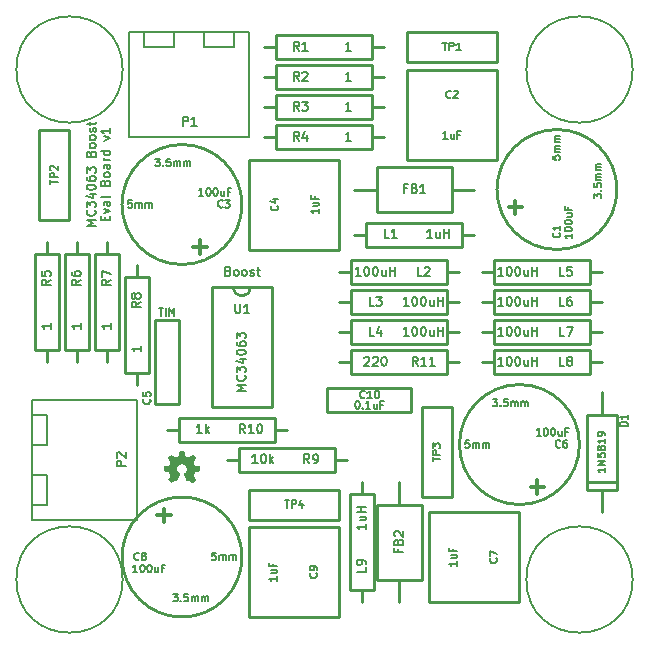
<source format=gto>
G04 (created by PCBNEW (2013-07-07 BZR 4022)-stable) date 5/10/2015 12:01:35 PM*
%MOIN*%
G04 Gerber Fmt 3.4, Leading zero omitted, Abs format*
%FSLAX34Y34*%
G01*
G70*
G90*
G04 APERTURE LIST*
%ADD10C,0.00590551*%
%ADD11C,0.006*%
%ADD12C,0.01*%
%ADD13C,0.0001*%
%ADD14C,0.005*%
%ADD15C,0.012*%
G04 APERTURE END LIST*
G54D10*
G54D11*
X66121Y-66457D02*
X65821Y-66457D01*
X66035Y-66357D01*
X65821Y-66257D01*
X66121Y-66257D01*
X66092Y-65942D02*
X66107Y-65957D01*
X66121Y-66000D01*
X66121Y-66028D01*
X66107Y-66071D01*
X66078Y-66100D01*
X66050Y-66114D01*
X65992Y-66128D01*
X65950Y-66128D01*
X65892Y-66114D01*
X65864Y-66100D01*
X65835Y-66071D01*
X65821Y-66028D01*
X65821Y-66000D01*
X65835Y-65957D01*
X65850Y-65942D01*
X65821Y-65842D02*
X65821Y-65657D01*
X65935Y-65757D01*
X65935Y-65714D01*
X65950Y-65685D01*
X65964Y-65671D01*
X65992Y-65657D01*
X66064Y-65657D01*
X66092Y-65671D01*
X66107Y-65685D01*
X66121Y-65714D01*
X66121Y-65800D01*
X66107Y-65828D01*
X66092Y-65842D01*
X65921Y-65400D02*
X66121Y-65400D01*
X65807Y-65471D02*
X66021Y-65542D01*
X66021Y-65357D01*
X65821Y-65185D02*
X65821Y-65157D01*
X65835Y-65128D01*
X65850Y-65114D01*
X65878Y-65100D01*
X65935Y-65085D01*
X66007Y-65085D01*
X66064Y-65100D01*
X66092Y-65114D01*
X66107Y-65128D01*
X66121Y-65157D01*
X66121Y-65185D01*
X66107Y-65214D01*
X66092Y-65228D01*
X66064Y-65242D01*
X66007Y-65257D01*
X65935Y-65257D01*
X65878Y-65242D01*
X65850Y-65228D01*
X65835Y-65214D01*
X65821Y-65185D01*
X65821Y-64828D02*
X65821Y-64885D01*
X65835Y-64914D01*
X65850Y-64928D01*
X65892Y-64957D01*
X65950Y-64971D01*
X66064Y-64971D01*
X66092Y-64957D01*
X66107Y-64942D01*
X66121Y-64914D01*
X66121Y-64857D01*
X66107Y-64828D01*
X66092Y-64814D01*
X66064Y-64800D01*
X65992Y-64800D01*
X65964Y-64814D01*
X65950Y-64828D01*
X65935Y-64857D01*
X65935Y-64914D01*
X65950Y-64942D01*
X65964Y-64957D01*
X65992Y-64971D01*
X65821Y-64700D02*
X65821Y-64514D01*
X65935Y-64614D01*
X65935Y-64571D01*
X65950Y-64542D01*
X65964Y-64528D01*
X65992Y-64514D01*
X66064Y-64514D01*
X66092Y-64528D01*
X66107Y-64542D01*
X66121Y-64571D01*
X66121Y-64657D01*
X66107Y-64685D01*
X66092Y-64700D01*
X65964Y-64057D02*
X65978Y-64014D01*
X65992Y-64000D01*
X66021Y-63985D01*
X66064Y-63985D01*
X66092Y-64000D01*
X66107Y-64014D01*
X66121Y-64042D01*
X66121Y-64157D01*
X65821Y-64157D01*
X65821Y-64057D01*
X65835Y-64028D01*
X65850Y-64014D01*
X65878Y-64000D01*
X65907Y-64000D01*
X65935Y-64014D01*
X65950Y-64028D01*
X65964Y-64057D01*
X65964Y-64157D01*
X66121Y-63814D02*
X66107Y-63842D01*
X66092Y-63857D01*
X66064Y-63871D01*
X65978Y-63871D01*
X65950Y-63857D01*
X65935Y-63842D01*
X65921Y-63814D01*
X65921Y-63771D01*
X65935Y-63742D01*
X65950Y-63728D01*
X65978Y-63714D01*
X66064Y-63714D01*
X66092Y-63728D01*
X66107Y-63742D01*
X66121Y-63771D01*
X66121Y-63814D01*
X66121Y-63542D02*
X66107Y-63571D01*
X66092Y-63585D01*
X66064Y-63600D01*
X65978Y-63600D01*
X65950Y-63585D01*
X65935Y-63571D01*
X65921Y-63542D01*
X65921Y-63500D01*
X65935Y-63471D01*
X65950Y-63457D01*
X65978Y-63442D01*
X66064Y-63442D01*
X66092Y-63457D01*
X66107Y-63471D01*
X66121Y-63500D01*
X66121Y-63542D01*
X66107Y-63328D02*
X66121Y-63300D01*
X66121Y-63242D01*
X66107Y-63214D01*
X66078Y-63200D01*
X66064Y-63200D01*
X66035Y-63214D01*
X66021Y-63242D01*
X66021Y-63285D01*
X66007Y-63314D01*
X65978Y-63328D01*
X65964Y-63328D01*
X65935Y-63314D01*
X65921Y-63285D01*
X65921Y-63242D01*
X65935Y-63214D01*
X65921Y-63114D02*
X65921Y-63000D01*
X65821Y-63071D02*
X66078Y-63071D01*
X66107Y-63057D01*
X66121Y-63028D01*
X66121Y-63000D01*
X66444Y-66278D02*
X66444Y-66178D01*
X66601Y-66135D02*
X66601Y-66278D01*
X66301Y-66278D01*
X66301Y-66135D01*
X66401Y-66035D02*
X66601Y-65964D01*
X66401Y-65892D01*
X66601Y-65650D02*
X66444Y-65650D01*
X66415Y-65664D01*
X66401Y-65692D01*
X66401Y-65750D01*
X66415Y-65778D01*
X66587Y-65650D02*
X66601Y-65678D01*
X66601Y-65750D01*
X66587Y-65778D01*
X66558Y-65792D01*
X66530Y-65792D01*
X66501Y-65778D01*
X66487Y-65750D01*
X66487Y-65678D01*
X66472Y-65650D01*
X66601Y-65464D02*
X66587Y-65492D01*
X66558Y-65507D01*
X66301Y-65507D01*
X66444Y-65021D02*
X66458Y-64978D01*
X66472Y-64964D01*
X66501Y-64950D01*
X66544Y-64950D01*
X66572Y-64964D01*
X66587Y-64978D01*
X66601Y-65007D01*
X66601Y-65121D01*
X66301Y-65121D01*
X66301Y-65021D01*
X66315Y-64992D01*
X66330Y-64978D01*
X66358Y-64964D01*
X66387Y-64964D01*
X66415Y-64978D01*
X66430Y-64992D01*
X66444Y-65021D01*
X66444Y-65121D01*
X66601Y-64778D02*
X66587Y-64807D01*
X66572Y-64821D01*
X66544Y-64835D01*
X66458Y-64835D01*
X66430Y-64821D01*
X66415Y-64807D01*
X66401Y-64778D01*
X66401Y-64735D01*
X66415Y-64707D01*
X66430Y-64692D01*
X66458Y-64678D01*
X66544Y-64678D01*
X66572Y-64692D01*
X66587Y-64707D01*
X66601Y-64735D01*
X66601Y-64778D01*
X66601Y-64421D02*
X66444Y-64421D01*
X66415Y-64435D01*
X66401Y-64464D01*
X66401Y-64521D01*
X66415Y-64549D01*
X66587Y-64421D02*
X66601Y-64449D01*
X66601Y-64521D01*
X66587Y-64549D01*
X66558Y-64564D01*
X66530Y-64564D01*
X66501Y-64549D01*
X66487Y-64521D01*
X66487Y-64449D01*
X66472Y-64421D01*
X66601Y-64278D02*
X66401Y-64278D01*
X66458Y-64278D02*
X66430Y-64264D01*
X66415Y-64249D01*
X66401Y-64221D01*
X66401Y-64192D01*
X66601Y-63964D02*
X66301Y-63964D01*
X66587Y-63964D02*
X66601Y-63992D01*
X66601Y-64049D01*
X66587Y-64078D01*
X66572Y-64092D01*
X66544Y-64107D01*
X66458Y-64107D01*
X66430Y-64092D01*
X66415Y-64078D01*
X66401Y-64049D01*
X66401Y-63992D01*
X66415Y-63964D01*
X66401Y-63621D02*
X66601Y-63549D01*
X66401Y-63478D01*
X66601Y-63207D02*
X66601Y-63378D01*
X66601Y-63292D02*
X66301Y-63292D01*
X66344Y-63321D01*
X66372Y-63350D01*
X66387Y-63378D01*
X70542Y-67964D02*
X70585Y-67978D01*
X70599Y-67992D01*
X70614Y-68021D01*
X70614Y-68064D01*
X70599Y-68092D01*
X70585Y-68107D01*
X70557Y-68121D01*
X70442Y-68121D01*
X70442Y-67821D01*
X70542Y-67821D01*
X70571Y-67835D01*
X70585Y-67850D01*
X70599Y-67878D01*
X70599Y-67907D01*
X70585Y-67935D01*
X70571Y-67950D01*
X70542Y-67964D01*
X70442Y-67964D01*
X70785Y-68121D02*
X70757Y-68107D01*
X70742Y-68092D01*
X70728Y-68064D01*
X70728Y-67978D01*
X70742Y-67950D01*
X70757Y-67935D01*
X70785Y-67921D01*
X70828Y-67921D01*
X70857Y-67935D01*
X70871Y-67950D01*
X70885Y-67978D01*
X70885Y-68064D01*
X70871Y-68092D01*
X70857Y-68107D01*
X70828Y-68121D01*
X70785Y-68121D01*
X71057Y-68121D02*
X71028Y-68107D01*
X71014Y-68092D01*
X71000Y-68064D01*
X71000Y-67978D01*
X71014Y-67950D01*
X71028Y-67935D01*
X71057Y-67921D01*
X71100Y-67921D01*
X71128Y-67935D01*
X71142Y-67950D01*
X71157Y-67978D01*
X71157Y-68064D01*
X71142Y-68092D01*
X71128Y-68107D01*
X71100Y-68121D01*
X71057Y-68121D01*
X71271Y-68107D02*
X71300Y-68121D01*
X71357Y-68121D01*
X71385Y-68107D01*
X71400Y-68078D01*
X71400Y-68064D01*
X71385Y-68035D01*
X71357Y-68021D01*
X71314Y-68021D01*
X71285Y-68007D01*
X71271Y-67978D01*
X71271Y-67964D01*
X71285Y-67935D01*
X71314Y-67921D01*
X71357Y-67921D01*
X71385Y-67935D01*
X71485Y-67921D02*
X71600Y-67921D01*
X71528Y-67821D02*
X71528Y-68078D01*
X71542Y-68107D01*
X71571Y-68121D01*
X71600Y-68121D01*
G54D10*
X68750Y-60000D02*
X68750Y-60500D01*
X68750Y-60500D02*
X67750Y-60500D01*
X67750Y-60500D02*
X67750Y-60000D01*
X70750Y-60000D02*
X70750Y-60500D01*
X70750Y-60500D02*
X69750Y-60500D01*
X69750Y-60500D02*
X69750Y-60000D01*
X71250Y-63500D02*
X71250Y-60000D01*
X71250Y-60000D02*
X67250Y-60000D01*
X67250Y-60000D02*
X67250Y-63500D01*
X67250Y-63500D02*
X71250Y-63500D01*
X64000Y-74750D02*
X64500Y-74750D01*
X64500Y-74750D02*
X64500Y-75750D01*
X64500Y-75750D02*
X64000Y-75750D01*
X64000Y-72750D02*
X64500Y-72750D01*
X64500Y-72750D02*
X64500Y-73750D01*
X64500Y-73750D02*
X64000Y-73750D01*
X67500Y-72250D02*
X64000Y-72250D01*
X64000Y-72250D02*
X64000Y-76250D01*
X64000Y-76250D02*
X67500Y-76250D01*
X67500Y-76250D02*
X67500Y-72250D01*
G54D12*
X74750Y-66750D02*
X75150Y-66750D01*
X75150Y-66750D02*
X75150Y-66350D01*
X75150Y-66350D02*
X78350Y-66350D01*
X78350Y-66350D02*
X78350Y-67150D01*
X78350Y-67150D02*
X75150Y-67150D01*
X75150Y-67150D02*
X75150Y-66750D01*
X78750Y-66750D02*
X78350Y-66750D01*
X71750Y-61500D02*
X72150Y-61500D01*
X72150Y-61500D02*
X72150Y-61100D01*
X72150Y-61100D02*
X75350Y-61100D01*
X75350Y-61100D02*
X75350Y-61900D01*
X75350Y-61900D02*
X72150Y-61900D01*
X72150Y-61900D02*
X72150Y-61500D01*
X75750Y-61500D02*
X75350Y-61500D01*
X71750Y-62500D02*
X72150Y-62500D01*
X72150Y-62500D02*
X72150Y-62100D01*
X72150Y-62100D02*
X75350Y-62100D01*
X75350Y-62100D02*
X75350Y-62900D01*
X75350Y-62900D02*
X72150Y-62900D01*
X72150Y-62900D02*
X72150Y-62500D01*
X75750Y-62500D02*
X75350Y-62500D01*
X75000Y-79000D02*
X75000Y-78600D01*
X75000Y-78600D02*
X74600Y-78600D01*
X74600Y-78600D02*
X74600Y-75400D01*
X74600Y-75400D02*
X75400Y-75400D01*
X75400Y-75400D02*
X75400Y-78600D01*
X75400Y-78600D02*
X75000Y-78600D01*
X75000Y-75000D02*
X75000Y-75400D01*
X71750Y-63500D02*
X72150Y-63500D01*
X72150Y-63500D02*
X72150Y-63100D01*
X72150Y-63100D02*
X75350Y-63100D01*
X75350Y-63100D02*
X75350Y-63900D01*
X75350Y-63900D02*
X72150Y-63900D01*
X72150Y-63900D02*
X72150Y-63500D01*
X75750Y-63500D02*
X75350Y-63500D01*
X71750Y-60500D02*
X72150Y-60500D01*
X72150Y-60500D02*
X72150Y-60100D01*
X72150Y-60100D02*
X75350Y-60100D01*
X75350Y-60100D02*
X75350Y-60900D01*
X75350Y-60900D02*
X72150Y-60900D01*
X72150Y-60900D02*
X72150Y-60500D01*
X75750Y-60500D02*
X75350Y-60500D01*
X74250Y-69000D02*
X74650Y-69000D01*
X74650Y-69000D02*
X74650Y-68600D01*
X74650Y-68600D02*
X77850Y-68600D01*
X77850Y-68600D02*
X77850Y-69400D01*
X77850Y-69400D02*
X74650Y-69400D01*
X74650Y-69400D02*
X74650Y-69000D01*
X78250Y-69000D02*
X77850Y-69000D01*
X74250Y-70000D02*
X74650Y-70000D01*
X74650Y-70000D02*
X74650Y-69600D01*
X74650Y-69600D02*
X77850Y-69600D01*
X77850Y-69600D02*
X77850Y-70400D01*
X77850Y-70400D02*
X74650Y-70400D01*
X74650Y-70400D02*
X74650Y-70000D01*
X78250Y-70000D02*
X77850Y-70000D01*
X72500Y-73250D02*
X72100Y-73250D01*
X72100Y-73250D02*
X72100Y-73650D01*
X72100Y-73650D02*
X68900Y-73650D01*
X68900Y-73650D02*
X68900Y-72850D01*
X68900Y-72850D02*
X72100Y-72850D01*
X72100Y-72850D02*
X72100Y-73250D01*
X68500Y-73250D02*
X68900Y-73250D01*
X74500Y-74250D02*
X74100Y-74250D01*
X74100Y-74250D02*
X74100Y-74650D01*
X74100Y-74650D02*
X70900Y-74650D01*
X70900Y-74650D02*
X70900Y-73850D01*
X70900Y-73850D02*
X74100Y-73850D01*
X74100Y-73850D02*
X74100Y-74250D01*
X70500Y-74250D02*
X70900Y-74250D01*
X83000Y-68000D02*
X82600Y-68000D01*
X82600Y-68000D02*
X82600Y-68400D01*
X82600Y-68400D02*
X79400Y-68400D01*
X79400Y-68400D02*
X79400Y-67600D01*
X79400Y-67600D02*
X82600Y-67600D01*
X82600Y-67600D02*
X82600Y-68000D01*
X79000Y-68000D02*
X79400Y-68000D01*
X78250Y-68000D02*
X77850Y-68000D01*
X77850Y-68000D02*
X77850Y-68400D01*
X77850Y-68400D02*
X74650Y-68400D01*
X74650Y-68400D02*
X74650Y-67600D01*
X74650Y-67600D02*
X77850Y-67600D01*
X77850Y-67600D02*
X77850Y-68000D01*
X74250Y-68000D02*
X74650Y-68000D01*
X83000Y-69000D02*
X82600Y-69000D01*
X82600Y-69000D02*
X82600Y-69400D01*
X82600Y-69400D02*
X79400Y-69400D01*
X79400Y-69400D02*
X79400Y-68600D01*
X79400Y-68600D02*
X82600Y-68600D01*
X82600Y-68600D02*
X82600Y-69000D01*
X79000Y-69000D02*
X79400Y-69000D01*
X64500Y-67000D02*
X64500Y-67400D01*
X64500Y-67400D02*
X64900Y-67400D01*
X64900Y-67400D02*
X64900Y-70600D01*
X64900Y-70600D02*
X64100Y-70600D01*
X64100Y-70600D02*
X64100Y-67400D01*
X64100Y-67400D02*
X64500Y-67400D01*
X64500Y-71000D02*
X64500Y-70600D01*
X67500Y-67750D02*
X67500Y-68150D01*
X67500Y-68150D02*
X67900Y-68150D01*
X67900Y-68150D02*
X67900Y-71350D01*
X67900Y-71350D02*
X67100Y-71350D01*
X67100Y-71350D02*
X67100Y-68150D01*
X67100Y-68150D02*
X67500Y-68150D01*
X67500Y-71750D02*
X67500Y-71350D01*
X66500Y-67000D02*
X66500Y-67400D01*
X66500Y-67400D02*
X66900Y-67400D01*
X66900Y-67400D02*
X66900Y-70600D01*
X66900Y-70600D02*
X66100Y-70600D01*
X66100Y-70600D02*
X66100Y-67400D01*
X66100Y-67400D02*
X66500Y-67400D01*
X66500Y-71000D02*
X66500Y-70600D01*
X65500Y-67000D02*
X65500Y-67400D01*
X65500Y-67400D02*
X65900Y-67400D01*
X65900Y-67400D02*
X65900Y-70600D01*
X65900Y-70600D02*
X65100Y-70600D01*
X65100Y-70600D02*
X65100Y-67400D01*
X65100Y-67400D02*
X65500Y-67400D01*
X65500Y-71000D02*
X65500Y-70600D01*
X83000Y-70000D02*
X82600Y-70000D01*
X82600Y-70000D02*
X82600Y-70400D01*
X82600Y-70400D02*
X79400Y-70400D01*
X79400Y-70400D02*
X79400Y-69600D01*
X79400Y-69600D02*
X82600Y-69600D01*
X82600Y-69600D02*
X82600Y-70000D01*
X79000Y-70000D02*
X79400Y-70000D01*
X83000Y-71000D02*
X82600Y-71000D01*
X82600Y-71000D02*
X82600Y-71400D01*
X82600Y-71400D02*
X79400Y-71400D01*
X79400Y-71400D02*
X79400Y-70600D01*
X79400Y-70600D02*
X82600Y-70600D01*
X82600Y-70600D02*
X82600Y-71000D01*
X79000Y-71000D02*
X79400Y-71000D01*
X77000Y-78250D02*
X77000Y-75750D01*
X75500Y-78250D02*
X75500Y-75750D01*
X76250Y-78250D02*
X75500Y-78250D01*
X75500Y-75750D02*
X77000Y-75750D01*
X77000Y-78250D02*
X76250Y-78250D01*
X76250Y-75000D02*
X76250Y-75750D01*
X76250Y-79000D02*
X76250Y-78250D01*
X78000Y-64500D02*
X75500Y-64500D01*
X78000Y-66000D02*
X75500Y-66000D01*
X78000Y-65250D02*
X78000Y-66000D01*
X75500Y-66000D02*
X75500Y-64500D01*
X78000Y-64500D02*
X78000Y-65250D01*
X74750Y-65250D02*
X75500Y-65250D01*
X78750Y-65250D02*
X78000Y-65250D01*
X71000Y-68800D02*
G75*
G03X71300Y-68500I0J300D01*
G74*
G01*
X70700Y-68500D02*
G75*
G03X71000Y-68800I300J0D01*
G74*
G01*
X72000Y-68500D02*
X72000Y-72500D01*
X72000Y-72500D02*
X70000Y-72500D01*
X70000Y-72500D02*
X70000Y-68500D01*
X70000Y-68500D02*
X72000Y-68500D01*
X83000Y-72000D02*
X83000Y-72750D01*
X83000Y-75250D02*
X83000Y-76000D01*
X83500Y-75000D02*
X82500Y-75000D01*
X82500Y-72750D02*
X82500Y-75250D01*
X83500Y-72750D02*
X82500Y-72750D01*
X83500Y-75250D02*
X82500Y-75250D01*
X83500Y-72750D02*
X83500Y-75250D01*
G54D10*
X67021Y-61250D02*
G75*
G03X67021Y-61250I-1771J0D01*
G74*
G01*
X84021Y-61250D02*
G75*
G03X84021Y-61250I-1771J0D01*
G74*
G01*
X67021Y-78250D02*
G75*
G03X67021Y-78250I-1771J0D01*
G74*
G01*
X84021Y-78250D02*
G75*
G03X84021Y-78250I-1771J0D01*
G74*
G01*
G54D12*
X74250Y-67250D02*
X74250Y-64250D01*
X71250Y-67250D02*
X71250Y-64250D01*
X71250Y-64250D02*
X74250Y-64250D01*
X71250Y-67250D02*
X74250Y-67250D01*
X77250Y-76000D02*
X77250Y-79000D01*
X80250Y-76000D02*
X80250Y-79000D01*
X80250Y-79000D02*
X77250Y-79000D01*
X80250Y-76000D02*
X77250Y-76000D01*
X71250Y-76500D02*
X71250Y-79500D01*
X74250Y-76500D02*
X74250Y-79500D01*
X74250Y-79500D02*
X71250Y-79500D01*
X74250Y-76500D02*
X71250Y-76500D01*
X76500Y-64250D02*
X79500Y-64250D01*
X76500Y-61250D02*
X79500Y-61250D01*
X79500Y-61250D02*
X79500Y-64250D01*
X76500Y-61250D02*
X76500Y-64250D01*
X71000Y-65750D02*
G75*
G03X71000Y-65750I-2000J0D01*
G74*
G01*
X82250Y-73750D02*
G75*
G03X82250Y-73750I-2000J0D01*
G74*
G01*
X71000Y-77500D02*
G75*
G03X71000Y-77500I-2000J0D01*
G74*
G01*
X83500Y-65250D02*
G75*
G03X83500Y-65250I-2000J0D01*
G74*
G01*
X74250Y-75250D02*
X71250Y-75250D01*
X74250Y-76250D02*
X74250Y-75250D01*
X71250Y-76250D02*
X71250Y-75250D01*
X74250Y-76250D02*
X71250Y-76250D01*
X78000Y-75500D02*
X78000Y-72500D01*
X77000Y-75500D02*
X78000Y-75500D01*
X77000Y-72500D02*
X78000Y-72500D01*
X77000Y-75500D02*
X77000Y-72500D01*
X65250Y-66250D02*
X65250Y-63250D01*
X64250Y-66250D02*
X65250Y-66250D01*
X64250Y-63250D02*
X65250Y-63250D01*
X64250Y-66250D02*
X64250Y-63250D01*
X76500Y-61000D02*
X79500Y-61000D01*
X76500Y-60000D02*
X76500Y-61000D01*
X79500Y-60000D02*
X79500Y-61000D01*
X76500Y-60000D02*
X79500Y-60000D01*
X68900Y-69600D02*
X68900Y-72400D01*
X68900Y-72400D02*
X68100Y-72400D01*
X68100Y-72400D02*
X68100Y-69600D01*
X68100Y-69600D02*
X68900Y-69600D01*
X78250Y-71000D02*
X77850Y-71000D01*
X77850Y-71000D02*
X77850Y-71400D01*
X77850Y-71400D02*
X74650Y-71400D01*
X74650Y-71400D02*
X74650Y-70600D01*
X74650Y-70600D02*
X77850Y-70600D01*
X77850Y-70600D02*
X77850Y-71000D01*
X74250Y-71000D02*
X74650Y-71000D01*
X73850Y-71850D02*
X76650Y-71850D01*
X76650Y-71850D02*
X76650Y-72650D01*
X76650Y-72650D02*
X73850Y-72650D01*
X73850Y-72650D02*
X73850Y-71850D01*
G54D13*
G36*
X68642Y-75030D02*
X68649Y-75027D01*
X68662Y-75018D01*
X68682Y-75005D01*
X68705Y-74990D01*
X68729Y-74974D01*
X68748Y-74961D01*
X68762Y-74952D01*
X68767Y-74949D01*
X68770Y-74950D01*
X68781Y-74956D01*
X68797Y-74964D01*
X68807Y-74969D01*
X68822Y-74975D01*
X68829Y-74977D01*
X68830Y-74975D01*
X68836Y-74963D01*
X68844Y-74944D01*
X68855Y-74918D01*
X68868Y-74888D01*
X68882Y-74856D01*
X68895Y-74823D01*
X68908Y-74792D01*
X68920Y-74763D01*
X68929Y-74740D01*
X68935Y-74724D01*
X68938Y-74717D01*
X68937Y-74716D01*
X68930Y-74709D01*
X68917Y-74699D01*
X68889Y-74676D01*
X68861Y-74642D01*
X68844Y-74603D01*
X68839Y-74559D01*
X68843Y-74519D01*
X68859Y-74481D01*
X68886Y-74446D01*
X68919Y-74420D01*
X68957Y-74404D01*
X69000Y-74399D01*
X69041Y-74403D01*
X69080Y-74419D01*
X69115Y-74445D01*
X69130Y-74462D01*
X69150Y-74498D01*
X69162Y-74535D01*
X69163Y-74544D01*
X69161Y-74586D01*
X69149Y-74626D01*
X69127Y-74661D01*
X69097Y-74690D01*
X69093Y-74693D01*
X69079Y-74704D01*
X69069Y-74711D01*
X69062Y-74717D01*
X69115Y-74844D01*
X69123Y-74864D01*
X69138Y-74899D01*
X69150Y-74929D01*
X69161Y-74953D01*
X69168Y-74969D01*
X69171Y-74975D01*
X69171Y-74975D01*
X69176Y-74976D01*
X69185Y-74973D01*
X69203Y-74964D01*
X69215Y-74958D01*
X69228Y-74952D01*
X69234Y-74949D01*
X69240Y-74952D01*
X69253Y-74960D01*
X69271Y-74973D01*
X69294Y-74988D01*
X69316Y-75003D01*
X69336Y-75016D01*
X69350Y-75026D01*
X69357Y-75029D01*
X69358Y-75029D01*
X69365Y-75026D01*
X69376Y-75016D01*
X69393Y-75000D01*
X69418Y-74976D01*
X69422Y-74972D01*
X69442Y-74952D01*
X69458Y-74934D01*
X69469Y-74922D01*
X69473Y-74917D01*
X69473Y-74917D01*
X69469Y-74910D01*
X69460Y-74895D01*
X69447Y-74875D01*
X69431Y-74851D01*
X69389Y-74790D01*
X69412Y-74733D01*
X69419Y-74715D01*
X69428Y-74693D01*
X69435Y-74678D01*
X69438Y-74671D01*
X69445Y-74669D01*
X69460Y-74665D01*
X69483Y-74661D01*
X69511Y-74656D01*
X69537Y-74651D01*
X69560Y-74646D01*
X69577Y-74643D01*
X69585Y-74642D01*
X69587Y-74640D01*
X69588Y-74637D01*
X69589Y-74629D01*
X69590Y-74614D01*
X69590Y-74592D01*
X69590Y-74559D01*
X69590Y-74556D01*
X69590Y-74525D01*
X69589Y-74500D01*
X69588Y-74485D01*
X69587Y-74478D01*
X69587Y-74478D01*
X69580Y-74476D01*
X69563Y-74473D01*
X69540Y-74468D01*
X69512Y-74463D01*
X69510Y-74463D01*
X69482Y-74457D01*
X69459Y-74452D01*
X69442Y-74449D01*
X69435Y-74446D01*
X69434Y-74444D01*
X69428Y-74433D01*
X69420Y-74416D01*
X69411Y-74395D01*
X69402Y-74373D01*
X69394Y-74353D01*
X69389Y-74339D01*
X69387Y-74332D01*
X69387Y-74332D01*
X69391Y-74325D01*
X69401Y-74311D01*
X69415Y-74291D01*
X69431Y-74267D01*
X69432Y-74265D01*
X69448Y-74241D01*
X69461Y-74221D01*
X69470Y-74207D01*
X69473Y-74201D01*
X69473Y-74200D01*
X69468Y-74193D01*
X69456Y-74180D01*
X69438Y-74162D01*
X69418Y-74141D01*
X69411Y-74135D01*
X69388Y-74112D01*
X69372Y-74098D01*
X69362Y-74090D01*
X69358Y-74088D01*
X69357Y-74088D01*
X69350Y-74092D01*
X69335Y-74102D01*
X69315Y-74116D01*
X69291Y-74132D01*
X69290Y-74133D01*
X69266Y-74149D01*
X69246Y-74163D01*
X69232Y-74172D01*
X69226Y-74175D01*
X69225Y-74175D01*
X69216Y-74173D01*
X69199Y-74167D01*
X69178Y-74159D01*
X69156Y-74150D01*
X69136Y-74142D01*
X69122Y-74135D01*
X69115Y-74131D01*
X69114Y-74131D01*
X69112Y-74122D01*
X69108Y-74104D01*
X69103Y-74080D01*
X69097Y-74051D01*
X69096Y-74047D01*
X69091Y-74018D01*
X69087Y-73995D01*
X69083Y-73979D01*
X69082Y-73972D01*
X69078Y-73972D01*
X69064Y-73971D01*
X69043Y-73970D01*
X69017Y-73970D01*
X68991Y-73970D01*
X68965Y-73970D01*
X68943Y-73971D01*
X68927Y-73972D01*
X68920Y-73974D01*
X68920Y-73974D01*
X68918Y-73983D01*
X68914Y-74000D01*
X68909Y-74025D01*
X68903Y-74054D01*
X68902Y-74059D01*
X68897Y-74087D01*
X68892Y-74110D01*
X68889Y-74126D01*
X68887Y-74132D01*
X68885Y-74133D01*
X68873Y-74139D01*
X68854Y-74146D01*
X68831Y-74156D01*
X68777Y-74178D01*
X68711Y-74132D01*
X68705Y-74128D01*
X68681Y-74112D01*
X68661Y-74099D01*
X68647Y-74090D01*
X68642Y-74087D01*
X68641Y-74087D01*
X68635Y-74093D01*
X68622Y-74105D01*
X68604Y-74123D01*
X68583Y-74143D01*
X68567Y-74159D01*
X68549Y-74177D01*
X68538Y-74190D01*
X68531Y-74198D01*
X68529Y-74203D01*
X68530Y-74206D01*
X68534Y-74213D01*
X68544Y-74227D01*
X68557Y-74248D01*
X68573Y-74271D01*
X68587Y-74291D01*
X68601Y-74313D01*
X68610Y-74329D01*
X68614Y-74336D01*
X68613Y-74340D01*
X68608Y-74353D01*
X68600Y-74372D01*
X68590Y-74396D01*
X68567Y-74448D01*
X68533Y-74455D01*
X68512Y-74459D01*
X68483Y-74464D01*
X68455Y-74470D01*
X68411Y-74478D01*
X68410Y-74637D01*
X68417Y-74640D01*
X68423Y-74642D01*
X68439Y-74646D01*
X68462Y-74650D01*
X68489Y-74655D01*
X68513Y-74660D01*
X68536Y-74664D01*
X68553Y-74667D01*
X68560Y-74669D01*
X68562Y-74671D01*
X68568Y-74683D01*
X68576Y-74701D01*
X68585Y-74722D01*
X68595Y-74745D01*
X68603Y-74765D01*
X68609Y-74781D01*
X68611Y-74789D01*
X68608Y-74795D01*
X68599Y-74809D01*
X68586Y-74829D01*
X68570Y-74852D01*
X68554Y-74875D01*
X68541Y-74895D01*
X68531Y-74909D01*
X68528Y-74916D01*
X68530Y-74920D01*
X68539Y-74931D01*
X68556Y-74949D01*
X68582Y-74975D01*
X68587Y-74979D01*
X68607Y-74999D01*
X68625Y-75015D01*
X68637Y-75026D01*
X68642Y-75030D01*
X68642Y-75030D01*
G37*
G54D11*
X69028Y-63121D02*
X69028Y-62821D01*
X69142Y-62821D01*
X69171Y-62835D01*
X69185Y-62850D01*
X69200Y-62878D01*
X69200Y-62921D01*
X69185Y-62950D01*
X69171Y-62964D01*
X69142Y-62978D01*
X69028Y-62978D01*
X69485Y-63121D02*
X69314Y-63121D01*
X69400Y-63121D02*
X69400Y-62821D01*
X69371Y-62864D01*
X69342Y-62892D01*
X69314Y-62907D01*
X67121Y-74471D02*
X66821Y-74471D01*
X66821Y-74357D01*
X66835Y-74328D01*
X66850Y-74314D01*
X66878Y-74300D01*
X66921Y-74300D01*
X66950Y-74314D01*
X66964Y-74328D01*
X66978Y-74357D01*
X66978Y-74471D01*
X66850Y-74185D02*
X66835Y-74171D01*
X66821Y-74142D01*
X66821Y-74071D01*
X66835Y-74042D01*
X66850Y-74028D01*
X66878Y-74014D01*
X66907Y-74014D01*
X66950Y-74028D01*
X67121Y-74200D01*
X67121Y-74014D01*
X75900Y-66871D02*
X75757Y-66871D01*
X75757Y-66571D01*
X76157Y-66871D02*
X75985Y-66871D01*
X76071Y-66871D02*
X76071Y-66571D01*
X76042Y-66614D01*
X76014Y-66642D01*
X75985Y-66657D01*
X77342Y-66871D02*
X77171Y-66871D01*
X77257Y-66871D02*
X77257Y-66571D01*
X77228Y-66614D01*
X77200Y-66642D01*
X77171Y-66657D01*
X77600Y-66671D02*
X77600Y-66871D01*
X77471Y-66671D02*
X77471Y-66828D01*
X77485Y-66857D01*
X77514Y-66871D01*
X77557Y-66871D01*
X77585Y-66857D01*
X77600Y-66842D01*
X77742Y-66871D02*
X77742Y-66571D01*
X77742Y-66714D02*
X77914Y-66714D01*
X77914Y-66871D02*
X77914Y-66571D01*
X72900Y-61621D02*
X72800Y-61478D01*
X72728Y-61621D02*
X72728Y-61321D01*
X72842Y-61321D01*
X72871Y-61335D01*
X72885Y-61350D01*
X72900Y-61378D01*
X72900Y-61421D01*
X72885Y-61450D01*
X72871Y-61464D01*
X72842Y-61478D01*
X72728Y-61478D01*
X73014Y-61350D02*
X73028Y-61335D01*
X73057Y-61321D01*
X73128Y-61321D01*
X73157Y-61335D01*
X73171Y-61350D01*
X73185Y-61378D01*
X73185Y-61407D01*
X73171Y-61450D01*
X73000Y-61621D01*
X73185Y-61621D01*
X74635Y-61621D02*
X74464Y-61621D01*
X74550Y-61621D02*
X74550Y-61321D01*
X74521Y-61364D01*
X74492Y-61392D01*
X74464Y-61407D01*
X72900Y-62621D02*
X72800Y-62478D01*
X72728Y-62621D02*
X72728Y-62321D01*
X72842Y-62321D01*
X72871Y-62335D01*
X72885Y-62350D01*
X72900Y-62378D01*
X72900Y-62421D01*
X72885Y-62450D01*
X72871Y-62464D01*
X72842Y-62478D01*
X72728Y-62478D01*
X73000Y-62321D02*
X73185Y-62321D01*
X73085Y-62435D01*
X73128Y-62435D01*
X73157Y-62450D01*
X73171Y-62464D01*
X73185Y-62492D01*
X73185Y-62564D01*
X73171Y-62592D01*
X73157Y-62607D01*
X73128Y-62621D01*
X73042Y-62621D01*
X73014Y-62607D01*
X73000Y-62592D01*
X74635Y-62621D02*
X74464Y-62621D01*
X74550Y-62621D02*
X74550Y-62321D01*
X74521Y-62364D01*
X74492Y-62392D01*
X74464Y-62407D01*
X75121Y-77849D02*
X75121Y-77992D01*
X74821Y-77992D01*
X75121Y-77735D02*
X75121Y-77678D01*
X75107Y-77649D01*
X75092Y-77635D01*
X75050Y-77607D01*
X74992Y-77592D01*
X74878Y-77592D01*
X74850Y-77607D01*
X74835Y-77621D01*
X74821Y-77649D01*
X74821Y-77707D01*
X74835Y-77735D01*
X74850Y-77749D01*
X74878Y-77764D01*
X74950Y-77764D01*
X74978Y-77749D01*
X74992Y-77735D01*
X75007Y-77707D01*
X75007Y-77649D01*
X74992Y-77621D01*
X74978Y-77607D01*
X74950Y-77592D01*
X75121Y-76407D02*
X75121Y-76578D01*
X75121Y-76492D02*
X74821Y-76492D01*
X74864Y-76521D01*
X74892Y-76550D01*
X74907Y-76578D01*
X74921Y-76150D02*
X75121Y-76150D01*
X74921Y-76278D02*
X75078Y-76278D01*
X75107Y-76264D01*
X75121Y-76235D01*
X75121Y-76192D01*
X75107Y-76164D01*
X75092Y-76150D01*
X75121Y-76007D02*
X74821Y-76007D01*
X74964Y-76007D02*
X74964Y-75835D01*
X75121Y-75835D02*
X74821Y-75835D01*
X72900Y-63621D02*
X72800Y-63478D01*
X72728Y-63621D02*
X72728Y-63321D01*
X72842Y-63321D01*
X72871Y-63335D01*
X72885Y-63350D01*
X72900Y-63378D01*
X72900Y-63421D01*
X72885Y-63450D01*
X72871Y-63464D01*
X72842Y-63478D01*
X72728Y-63478D01*
X73157Y-63421D02*
X73157Y-63621D01*
X73085Y-63307D02*
X73014Y-63521D01*
X73200Y-63521D01*
X74635Y-63621D02*
X74464Y-63621D01*
X74550Y-63621D02*
X74550Y-63321D01*
X74521Y-63364D01*
X74492Y-63392D01*
X74464Y-63407D01*
X72900Y-60621D02*
X72800Y-60478D01*
X72728Y-60621D02*
X72728Y-60321D01*
X72842Y-60321D01*
X72871Y-60335D01*
X72885Y-60350D01*
X72900Y-60378D01*
X72900Y-60421D01*
X72885Y-60450D01*
X72871Y-60464D01*
X72842Y-60478D01*
X72728Y-60478D01*
X73185Y-60621D02*
X73014Y-60621D01*
X73100Y-60621D02*
X73100Y-60321D01*
X73071Y-60364D01*
X73042Y-60392D01*
X73014Y-60407D01*
X74635Y-60621D02*
X74464Y-60621D01*
X74550Y-60621D02*
X74550Y-60321D01*
X74521Y-60364D01*
X74492Y-60392D01*
X74464Y-60407D01*
X75400Y-69121D02*
X75257Y-69121D01*
X75257Y-68821D01*
X75471Y-68821D02*
X75657Y-68821D01*
X75557Y-68935D01*
X75600Y-68935D01*
X75628Y-68950D01*
X75642Y-68964D01*
X75657Y-68992D01*
X75657Y-69064D01*
X75642Y-69092D01*
X75628Y-69107D01*
X75600Y-69121D01*
X75514Y-69121D01*
X75485Y-69107D01*
X75471Y-69092D01*
X76557Y-69121D02*
X76385Y-69121D01*
X76471Y-69121D02*
X76471Y-68821D01*
X76442Y-68864D01*
X76414Y-68892D01*
X76385Y-68907D01*
X76742Y-68821D02*
X76771Y-68821D01*
X76800Y-68835D01*
X76814Y-68850D01*
X76828Y-68878D01*
X76842Y-68935D01*
X76842Y-69007D01*
X76828Y-69064D01*
X76814Y-69092D01*
X76800Y-69107D01*
X76771Y-69121D01*
X76742Y-69121D01*
X76714Y-69107D01*
X76700Y-69092D01*
X76685Y-69064D01*
X76671Y-69007D01*
X76671Y-68935D01*
X76685Y-68878D01*
X76700Y-68850D01*
X76714Y-68835D01*
X76742Y-68821D01*
X77028Y-68821D02*
X77057Y-68821D01*
X77085Y-68835D01*
X77100Y-68850D01*
X77114Y-68878D01*
X77128Y-68935D01*
X77128Y-69007D01*
X77114Y-69064D01*
X77100Y-69092D01*
X77085Y-69107D01*
X77057Y-69121D01*
X77028Y-69121D01*
X77000Y-69107D01*
X76985Y-69092D01*
X76971Y-69064D01*
X76957Y-69007D01*
X76957Y-68935D01*
X76971Y-68878D01*
X76985Y-68850D01*
X77000Y-68835D01*
X77028Y-68821D01*
X77385Y-68921D02*
X77385Y-69121D01*
X77257Y-68921D02*
X77257Y-69078D01*
X77271Y-69107D01*
X77300Y-69121D01*
X77342Y-69121D01*
X77371Y-69107D01*
X77385Y-69092D01*
X77528Y-69121D02*
X77528Y-68821D01*
X77528Y-68964D02*
X77700Y-68964D01*
X77700Y-69121D02*
X77700Y-68821D01*
X75400Y-70121D02*
X75257Y-70121D01*
X75257Y-69821D01*
X75628Y-69921D02*
X75628Y-70121D01*
X75557Y-69807D02*
X75485Y-70021D01*
X75671Y-70021D01*
X76557Y-70121D02*
X76385Y-70121D01*
X76471Y-70121D02*
X76471Y-69821D01*
X76442Y-69864D01*
X76414Y-69892D01*
X76385Y-69907D01*
X76742Y-69821D02*
X76771Y-69821D01*
X76800Y-69835D01*
X76814Y-69850D01*
X76828Y-69878D01*
X76842Y-69935D01*
X76842Y-70007D01*
X76828Y-70064D01*
X76814Y-70092D01*
X76800Y-70107D01*
X76771Y-70121D01*
X76742Y-70121D01*
X76714Y-70107D01*
X76700Y-70092D01*
X76685Y-70064D01*
X76671Y-70007D01*
X76671Y-69935D01*
X76685Y-69878D01*
X76700Y-69850D01*
X76714Y-69835D01*
X76742Y-69821D01*
X77028Y-69821D02*
X77057Y-69821D01*
X77085Y-69835D01*
X77100Y-69850D01*
X77114Y-69878D01*
X77128Y-69935D01*
X77128Y-70007D01*
X77114Y-70064D01*
X77100Y-70092D01*
X77085Y-70107D01*
X77057Y-70121D01*
X77028Y-70121D01*
X77000Y-70107D01*
X76985Y-70092D01*
X76971Y-70064D01*
X76957Y-70007D01*
X76957Y-69935D01*
X76971Y-69878D01*
X76985Y-69850D01*
X77000Y-69835D01*
X77028Y-69821D01*
X77385Y-69921D02*
X77385Y-70121D01*
X77257Y-69921D02*
X77257Y-70078D01*
X77271Y-70107D01*
X77300Y-70121D01*
X77342Y-70121D01*
X77371Y-70107D01*
X77385Y-70092D01*
X77528Y-70121D02*
X77528Y-69821D01*
X77528Y-69964D02*
X77700Y-69964D01*
X77700Y-70121D02*
X77700Y-69821D01*
X71107Y-73371D02*
X71007Y-73228D01*
X70935Y-73371D02*
X70935Y-73071D01*
X71050Y-73071D01*
X71078Y-73085D01*
X71092Y-73100D01*
X71107Y-73128D01*
X71107Y-73171D01*
X71092Y-73200D01*
X71078Y-73214D01*
X71050Y-73228D01*
X70935Y-73228D01*
X71392Y-73371D02*
X71221Y-73371D01*
X71307Y-73371D02*
X71307Y-73071D01*
X71278Y-73114D01*
X71250Y-73142D01*
X71221Y-73157D01*
X71578Y-73071D02*
X71607Y-73071D01*
X71635Y-73085D01*
X71650Y-73100D01*
X71664Y-73128D01*
X71678Y-73185D01*
X71678Y-73257D01*
X71664Y-73314D01*
X71650Y-73342D01*
X71635Y-73357D01*
X71607Y-73371D01*
X71578Y-73371D01*
X71550Y-73357D01*
X71535Y-73342D01*
X71521Y-73314D01*
X71507Y-73257D01*
X71507Y-73185D01*
X71521Y-73128D01*
X71535Y-73100D01*
X71550Y-73085D01*
X71578Y-73071D01*
X69664Y-73371D02*
X69492Y-73371D01*
X69578Y-73371D02*
X69578Y-73071D01*
X69550Y-73114D01*
X69521Y-73142D01*
X69492Y-73157D01*
X69792Y-73371D02*
X69792Y-73071D01*
X69821Y-73257D02*
X69907Y-73371D01*
X69907Y-73171D02*
X69792Y-73285D01*
X73250Y-74371D02*
X73150Y-74228D01*
X73078Y-74371D02*
X73078Y-74071D01*
X73192Y-74071D01*
X73221Y-74085D01*
X73235Y-74100D01*
X73250Y-74128D01*
X73250Y-74171D01*
X73235Y-74200D01*
X73221Y-74214D01*
X73192Y-74228D01*
X73078Y-74228D01*
X73392Y-74371D02*
X73450Y-74371D01*
X73478Y-74357D01*
X73492Y-74342D01*
X73521Y-74300D01*
X73535Y-74242D01*
X73535Y-74128D01*
X73521Y-74100D01*
X73507Y-74085D01*
X73478Y-74071D01*
X73421Y-74071D01*
X73392Y-74085D01*
X73378Y-74100D01*
X73364Y-74128D01*
X73364Y-74200D01*
X73378Y-74228D01*
X73392Y-74242D01*
X73421Y-74257D01*
X73478Y-74257D01*
X73507Y-74242D01*
X73521Y-74228D01*
X73535Y-74200D01*
X71521Y-74371D02*
X71350Y-74371D01*
X71435Y-74371D02*
X71435Y-74071D01*
X71407Y-74114D01*
X71378Y-74142D01*
X71350Y-74157D01*
X71707Y-74071D02*
X71735Y-74071D01*
X71764Y-74085D01*
X71778Y-74100D01*
X71792Y-74128D01*
X71807Y-74185D01*
X71807Y-74257D01*
X71792Y-74314D01*
X71778Y-74342D01*
X71764Y-74357D01*
X71735Y-74371D01*
X71707Y-74371D01*
X71678Y-74357D01*
X71664Y-74342D01*
X71650Y-74314D01*
X71635Y-74257D01*
X71635Y-74185D01*
X71650Y-74128D01*
X71664Y-74100D01*
X71678Y-74085D01*
X71707Y-74071D01*
X71935Y-74371D02*
X71935Y-74071D01*
X71964Y-74257D02*
X72050Y-74371D01*
X72050Y-74171D02*
X71935Y-74285D01*
X81750Y-68121D02*
X81607Y-68121D01*
X81607Y-67821D01*
X81992Y-67821D02*
X81850Y-67821D01*
X81835Y-67964D01*
X81850Y-67950D01*
X81878Y-67935D01*
X81950Y-67935D01*
X81978Y-67950D01*
X81992Y-67964D01*
X82007Y-67992D01*
X82007Y-68064D01*
X81992Y-68092D01*
X81978Y-68107D01*
X81950Y-68121D01*
X81878Y-68121D01*
X81850Y-68107D01*
X81835Y-68092D01*
X79707Y-68121D02*
X79535Y-68121D01*
X79621Y-68121D02*
X79621Y-67821D01*
X79592Y-67864D01*
X79564Y-67892D01*
X79535Y-67907D01*
X79892Y-67821D02*
X79921Y-67821D01*
X79950Y-67835D01*
X79964Y-67850D01*
X79978Y-67878D01*
X79992Y-67935D01*
X79992Y-68007D01*
X79978Y-68064D01*
X79964Y-68092D01*
X79950Y-68107D01*
X79921Y-68121D01*
X79892Y-68121D01*
X79864Y-68107D01*
X79850Y-68092D01*
X79835Y-68064D01*
X79821Y-68007D01*
X79821Y-67935D01*
X79835Y-67878D01*
X79850Y-67850D01*
X79864Y-67835D01*
X79892Y-67821D01*
X80178Y-67821D02*
X80207Y-67821D01*
X80235Y-67835D01*
X80250Y-67850D01*
X80264Y-67878D01*
X80278Y-67935D01*
X80278Y-68007D01*
X80264Y-68064D01*
X80250Y-68092D01*
X80235Y-68107D01*
X80207Y-68121D01*
X80178Y-68121D01*
X80150Y-68107D01*
X80135Y-68092D01*
X80121Y-68064D01*
X80107Y-68007D01*
X80107Y-67935D01*
X80121Y-67878D01*
X80135Y-67850D01*
X80150Y-67835D01*
X80178Y-67821D01*
X80535Y-67921D02*
X80535Y-68121D01*
X80407Y-67921D02*
X80407Y-68078D01*
X80421Y-68107D01*
X80450Y-68121D01*
X80492Y-68121D01*
X80521Y-68107D01*
X80535Y-68092D01*
X80678Y-68121D02*
X80678Y-67821D01*
X80678Y-67964D02*
X80850Y-67964D01*
X80850Y-68121D02*
X80850Y-67821D01*
X77000Y-68121D02*
X76857Y-68121D01*
X76857Y-67821D01*
X77085Y-67850D02*
X77100Y-67835D01*
X77128Y-67821D01*
X77200Y-67821D01*
X77228Y-67835D01*
X77242Y-67850D01*
X77257Y-67878D01*
X77257Y-67907D01*
X77242Y-67950D01*
X77071Y-68121D01*
X77257Y-68121D01*
X74957Y-68121D02*
X74785Y-68121D01*
X74871Y-68121D02*
X74871Y-67821D01*
X74842Y-67864D01*
X74814Y-67892D01*
X74785Y-67907D01*
X75142Y-67821D02*
X75171Y-67821D01*
X75200Y-67835D01*
X75214Y-67850D01*
X75228Y-67878D01*
X75242Y-67935D01*
X75242Y-68007D01*
X75228Y-68064D01*
X75214Y-68092D01*
X75200Y-68107D01*
X75171Y-68121D01*
X75142Y-68121D01*
X75114Y-68107D01*
X75100Y-68092D01*
X75085Y-68064D01*
X75071Y-68007D01*
X75071Y-67935D01*
X75085Y-67878D01*
X75100Y-67850D01*
X75114Y-67835D01*
X75142Y-67821D01*
X75428Y-67821D02*
X75457Y-67821D01*
X75485Y-67835D01*
X75500Y-67850D01*
X75514Y-67878D01*
X75528Y-67935D01*
X75528Y-68007D01*
X75514Y-68064D01*
X75500Y-68092D01*
X75485Y-68107D01*
X75457Y-68121D01*
X75428Y-68121D01*
X75400Y-68107D01*
X75385Y-68092D01*
X75371Y-68064D01*
X75357Y-68007D01*
X75357Y-67935D01*
X75371Y-67878D01*
X75385Y-67850D01*
X75400Y-67835D01*
X75428Y-67821D01*
X75785Y-67921D02*
X75785Y-68121D01*
X75657Y-67921D02*
X75657Y-68078D01*
X75671Y-68107D01*
X75700Y-68121D01*
X75742Y-68121D01*
X75771Y-68107D01*
X75785Y-68092D01*
X75928Y-68121D02*
X75928Y-67821D01*
X75928Y-67964D02*
X76100Y-67964D01*
X76100Y-68121D02*
X76100Y-67821D01*
X81750Y-69121D02*
X81607Y-69121D01*
X81607Y-68821D01*
X81978Y-68821D02*
X81921Y-68821D01*
X81892Y-68835D01*
X81878Y-68850D01*
X81850Y-68892D01*
X81835Y-68950D01*
X81835Y-69064D01*
X81850Y-69092D01*
X81864Y-69107D01*
X81892Y-69121D01*
X81950Y-69121D01*
X81978Y-69107D01*
X81992Y-69092D01*
X82007Y-69064D01*
X82007Y-68992D01*
X81992Y-68964D01*
X81978Y-68950D01*
X81950Y-68935D01*
X81892Y-68935D01*
X81864Y-68950D01*
X81850Y-68964D01*
X81835Y-68992D01*
X79707Y-69121D02*
X79535Y-69121D01*
X79621Y-69121D02*
X79621Y-68821D01*
X79592Y-68864D01*
X79564Y-68892D01*
X79535Y-68907D01*
X79892Y-68821D02*
X79921Y-68821D01*
X79950Y-68835D01*
X79964Y-68850D01*
X79978Y-68878D01*
X79992Y-68935D01*
X79992Y-69007D01*
X79978Y-69064D01*
X79964Y-69092D01*
X79950Y-69107D01*
X79921Y-69121D01*
X79892Y-69121D01*
X79864Y-69107D01*
X79850Y-69092D01*
X79835Y-69064D01*
X79821Y-69007D01*
X79821Y-68935D01*
X79835Y-68878D01*
X79850Y-68850D01*
X79864Y-68835D01*
X79892Y-68821D01*
X80178Y-68821D02*
X80207Y-68821D01*
X80235Y-68835D01*
X80250Y-68850D01*
X80264Y-68878D01*
X80278Y-68935D01*
X80278Y-69007D01*
X80264Y-69064D01*
X80250Y-69092D01*
X80235Y-69107D01*
X80207Y-69121D01*
X80178Y-69121D01*
X80150Y-69107D01*
X80135Y-69092D01*
X80121Y-69064D01*
X80107Y-69007D01*
X80107Y-68935D01*
X80121Y-68878D01*
X80135Y-68850D01*
X80150Y-68835D01*
X80178Y-68821D01*
X80535Y-68921D02*
X80535Y-69121D01*
X80407Y-68921D02*
X80407Y-69078D01*
X80421Y-69107D01*
X80450Y-69121D01*
X80492Y-69121D01*
X80521Y-69107D01*
X80535Y-69092D01*
X80678Y-69121D02*
X80678Y-68821D01*
X80678Y-68964D02*
X80850Y-68964D01*
X80850Y-69121D02*
X80850Y-68821D01*
X64621Y-68250D02*
X64478Y-68350D01*
X64621Y-68421D02*
X64321Y-68421D01*
X64321Y-68307D01*
X64335Y-68278D01*
X64350Y-68264D01*
X64378Y-68250D01*
X64421Y-68250D01*
X64450Y-68264D01*
X64464Y-68278D01*
X64478Y-68307D01*
X64478Y-68421D01*
X64321Y-67978D02*
X64321Y-68121D01*
X64464Y-68135D01*
X64450Y-68121D01*
X64435Y-68092D01*
X64435Y-68021D01*
X64450Y-67992D01*
X64464Y-67978D01*
X64492Y-67964D01*
X64564Y-67964D01*
X64592Y-67978D01*
X64607Y-67992D01*
X64621Y-68021D01*
X64621Y-68092D01*
X64607Y-68121D01*
X64592Y-68135D01*
X64621Y-69714D02*
X64621Y-69885D01*
X64621Y-69800D02*
X64321Y-69800D01*
X64364Y-69828D01*
X64392Y-69857D01*
X64407Y-69885D01*
X67621Y-69000D02*
X67478Y-69100D01*
X67621Y-69171D02*
X67321Y-69171D01*
X67321Y-69057D01*
X67335Y-69028D01*
X67350Y-69014D01*
X67378Y-69000D01*
X67421Y-69000D01*
X67450Y-69014D01*
X67464Y-69028D01*
X67478Y-69057D01*
X67478Y-69171D01*
X67450Y-68828D02*
X67435Y-68857D01*
X67421Y-68871D01*
X67392Y-68885D01*
X67378Y-68885D01*
X67350Y-68871D01*
X67335Y-68857D01*
X67321Y-68828D01*
X67321Y-68771D01*
X67335Y-68742D01*
X67350Y-68728D01*
X67378Y-68714D01*
X67392Y-68714D01*
X67421Y-68728D01*
X67435Y-68742D01*
X67450Y-68771D01*
X67450Y-68828D01*
X67464Y-68857D01*
X67478Y-68871D01*
X67507Y-68885D01*
X67564Y-68885D01*
X67592Y-68871D01*
X67607Y-68857D01*
X67621Y-68828D01*
X67621Y-68771D01*
X67607Y-68742D01*
X67592Y-68728D01*
X67564Y-68714D01*
X67507Y-68714D01*
X67478Y-68728D01*
X67464Y-68742D01*
X67450Y-68771D01*
X67621Y-70464D02*
X67621Y-70635D01*
X67621Y-70550D02*
X67321Y-70550D01*
X67364Y-70578D01*
X67392Y-70607D01*
X67407Y-70635D01*
X66621Y-68250D02*
X66478Y-68350D01*
X66621Y-68421D02*
X66321Y-68421D01*
X66321Y-68307D01*
X66335Y-68278D01*
X66350Y-68264D01*
X66378Y-68250D01*
X66421Y-68250D01*
X66450Y-68264D01*
X66464Y-68278D01*
X66478Y-68307D01*
X66478Y-68421D01*
X66321Y-68150D02*
X66321Y-67950D01*
X66621Y-68078D01*
X66621Y-69714D02*
X66621Y-69885D01*
X66621Y-69800D02*
X66321Y-69800D01*
X66364Y-69828D01*
X66392Y-69857D01*
X66407Y-69885D01*
X65621Y-68250D02*
X65478Y-68350D01*
X65621Y-68421D02*
X65321Y-68421D01*
X65321Y-68307D01*
X65335Y-68278D01*
X65350Y-68264D01*
X65378Y-68250D01*
X65421Y-68250D01*
X65450Y-68264D01*
X65464Y-68278D01*
X65478Y-68307D01*
X65478Y-68421D01*
X65321Y-67992D02*
X65321Y-68050D01*
X65335Y-68078D01*
X65350Y-68092D01*
X65392Y-68121D01*
X65450Y-68135D01*
X65564Y-68135D01*
X65592Y-68121D01*
X65607Y-68107D01*
X65621Y-68078D01*
X65621Y-68021D01*
X65607Y-67992D01*
X65592Y-67978D01*
X65564Y-67964D01*
X65492Y-67964D01*
X65464Y-67978D01*
X65450Y-67992D01*
X65435Y-68021D01*
X65435Y-68078D01*
X65450Y-68107D01*
X65464Y-68121D01*
X65492Y-68135D01*
X65621Y-69714D02*
X65621Y-69885D01*
X65621Y-69800D02*
X65321Y-69800D01*
X65364Y-69828D01*
X65392Y-69857D01*
X65407Y-69885D01*
X81750Y-70121D02*
X81607Y-70121D01*
X81607Y-69821D01*
X81821Y-69821D02*
X82021Y-69821D01*
X81892Y-70121D01*
X79707Y-70121D02*
X79535Y-70121D01*
X79621Y-70121D02*
X79621Y-69821D01*
X79592Y-69864D01*
X79564Y-69892D01*
X79535Y-69907D01*
X79892Y-69821D02*
X79921Y-69821D01*
X79950Y-69835D01*
X79964Y-69850D01*
X79978Y-69878D01*
X79992Y-69935D01*
X79992Y-70007D01*
X79978Y-70064D01*
X79964Y-70092D01*
X79950Y-70107D01*
X79921Y-70121D01*
X79892Y-70121D01*
X79864Y-70107D01*
X79850Y-70092D01*
X79835Y-70064D01*
X79821Y-70007D01*
X79821Y-69935D01*
X79835Y-69878D01*
X79850Y-69850D01*
X79864Y-69835D01*
X79892Y-69821D01*
X80178Y-69821D02*
X80207Y-69821D01*
X80235Y-69835D01*
X80250Y-69850D01*
X80264Y-69878D01*
X80278Y-69935D01*
X80278Y-70007D01*
X80264Y-70064D01*
X80250Y-70092D01*
X80235Y-70107D01*
X80207Y-70121D01*
X80178Y-70121D01*
X80150Y-70107D01*
X80135Y-70092D01*
X80121Y-70064D01*
X80107Y-70007D01*
X80107Y-69935D01*
X80121Y-69878D01*
X80135Y-69850D01*
X80150Y-69835D01*
X80178Y-69821D01*
X80535Y-69921D02*
X80535Y-70121D01*
X80407Y-69921D02*
X80407Y-70078D01*
X80421Y-70107D01*
X80450Y-70121D01*
X80492Y-70121D01*
X80521Y-70107D01*
X80535Y-70092D01*
X80678Y-70121D02*
X80678Y-69821D01*
X80678Y-69964D02*
X80850Y-69964D01*
X80850Y-70121D02*
X80850Y-69821D01*
X81750Y-71121D02*
X81607Y-71121D01*
X81607Y-70821D01*
X81892Y-70950D02*
X81864Y-70935D01*
X81850Y-70921D01*
X81835Y-70892D01*
X81835Y-70878D01*
X81850Y-70850D01*
X81864Y-70835D01*
X81892Y-70821D01*
X81950Y-70821D01*
X81978Y-70835D01*
X81992Y-70850D01*
X82007Y-70878D01*
X82007Y-70892D01*
X81992Y-70921D01*
X81978Y-70935D01*
X81950Y-70950D01*
X81892Y-70950D01*
X81864Y-70964D01*
X81850Y-70978D01*
X81835Y-71007D01*
X81835Y-71064D01*
X81850Y-71092D01*
X81864Y-71107D01*
X81892Y-71121D01*
X81950Y-71121D01*
X81978Y-71107D01*
X81992Y-71092D01*
X82007Y-71064D01*
X82007Y-71007D01*
X81992Y-70978D01*
X81978Y-70964D01*
X81950Y-70950D01*
X79707Y-71121D02*
X79535Y-71121D01*
X79621Y-71121D02*
X79621Y-70821D01*
X79592Y-70864D01*
X79564Y-70892D01*
X79535Y-70907D01*
X79892Y-70821D02*
X79921Y-70821D01*
X79950Y-70835D01*
X79964Y-70850D01*
X79978Y-70878D01*
X79992Y-70935D01*
X79992Y-71007D01*
X79978Y-71064D01*
X79964Y-71092D01*
X79950Y-71107D01*
X79921Y-71121D01*
X79892Y-71121D01*
X79864Y-71107D01*
X79850Y-71092D01*
X79835Y-71064D01*
X79821Y-71007D01*
X79821Y-70935D01*
X79835Y-70878D01*
X79850Y-70850D01*
X79864Y-70835D01*
X79892Y-70821D01*
X80178Y-70821D02*
X80207Y-70821D01*
X80235Y-70835D01*
X80250Y-70850D01*
X80264Y-70878D01*
X80278Y-70935D01*
X80278Y-71007D01*
X80264Y-71064D01*
X80250Y-71092D01*
X80235Y-71107D01*
X80207Y-71121D01*
X80178Y-71121D01*
X80150Y-71107D01*
X80135Y-71092D01*
X80121Y-71064D01*
X80107Y-71007D01*
X80107Y-70935D01*
X80121Y-70878D01*
X80135Y-70850D01*
X80150Y-70835D01*
X80178Y-70821D01*
X80535Y-70921D02*
X80535Y-71121D01*
X80407Y-70921D02*
X80407Y-71078D01*
X80421Y-71107D01*
X80450Y-71121D01*
X80492Y-71121D01*
X80521Y-71107D01*
X80535Y-71092D01*
X80678Y-71121D02*
X80678Y-70821D01*
X80678Y-70964D02*
X80850Y-70964D01*
X80850Y-71121D02*
X80850Y-70821D01*
X76214Y-77249D02*
X76214Y-77349D01*
X76371Y-77349D02*
X76071Y-77349D01*
X76071Y-77207D01*
X76214Y-76992D02*
X76228Y-76949D01*
X76242Y-76935D01*
X76271Y-76921D01*
X76314Y-76921D01*
X76342Y-76935D01*
X76357Y-76949D01*
X76371Y-76978D01*
X76371Y-77092D01*
X76071Y-77092D01*
X76071Y-76992D01*
X76085Y-76964D01*
X76100Y-76949D01*
X76128Y-76935D01*
X76157Y-76935D01*
X76185Y-76949D01*
X76200Y-76964D01*
X76214Y-76992D01*
X76214Y-77092D01*
X76100Y-76807D02*
X76085Y-76792D01*
X76071Y-76764D01*
X76071Y-76692D01*
X76085Y-76664D01*
X76100Y-76649D01*
X76128Y-76635D01*
X76157Y-76635D01*
X76200Y-76649D01*
X76371Y-76821D01*
X76371Y-76635D01*
X76500Y-65214D02*
X76400Y-65214D01*
X76400Y-65371D02*
X76400Y-65071D01*
X76542Y-65071D01*
X76757Y-65214D02*
X76800Y-65228D01*
X76814Y-65242D01*
X76828Y-65271D01*
X76828Y-65314D01*
X76814Y-65342D01*
X76800Y-65357D01*
X76771Y-65371D01*
X76657Y-65371D01*
X76657Y-65071D01*
X76757Y-65071D01*
X76785Y-65085D01*
X76800Y-65100D01*
X76814Y-65128D01*
X76814Y-65157D01*
X76800Y-65185D01*
X76785Y-65200D01*
X76757Y-65214D01*
X76657Y-65214D01*
X77114Y-65371D02*
X76942Y-65371D01*
X77028Y-65371D02*
X77028Y-65071D01*
X77000Y-65114D01*
X76971Y-65142D01*
X76942Y-65157D01*
X70771Y-69071D02*
X70771Y-69314D01*
X70785Y-69342D01*
X70800Y-69357D01*
X70828Y-69371D01*
X70885Y-69371D01*
X70914Y-69357D01*
X70928Y-69342D01*
X70942Y-69314D01*
X70942Y-69071D01*
X71242Y-69371D02*
X71071Y-69371D01*
X71157Y-69371D02*
X71157Y-69071D01*
X71128Y-69114D01*
X71100Y-69142D01*
X71071Y-69157D01*
X71121Y-71964D02*
X70821Y-71964D01*
X71035Y-71864D01*
X70821Y-71764D01*
X71121Y-71764D01*
X71092Y-71449D02*
X71107Y-71464D01*
X71121Y-71507D01*
X71121Y-71535D01*
X71107Y-71578D01*
X71078Y-71607D01*
X71050Y-71621D01*
X70992Y-71635D01*
X70950Y-71635D01*
X70892Y-71621D01*
X70864Y-71607D01*
X70835Y-71578D01*
X70821Y-71535D01*
X70821Y-71507D01*
X70835Y-71464D01*
X70850Y-71449D01*
X70821Y-71349D02*
X70821Y-71164D01*
X70935Y-71264D01*
X70935Y-71221D01*
X70950Y-71192D01*
X70964Y-71178D01*
X70992Y-71164D01*
X71064Y-71164D01*
X71092Y-71178D01*
X71107Y-71192D01*
X71121Y-71221D01*
X71121Y-71307D01*
X71107Y-71335D01*
X71092Y-71349D01*
X70921Y-70907D02*
X71121Y-70907D01*
X70807Y-70978D02*
X71021Y-71049D01*
X71021Y-70864D01*
X70821Y-70692D02*
X70821Y-70664D01*
X70835Y-70635D01*
X70850Y-70621D01*
X70878Y-70607D01*
X70935Y-70592D01*
X71007Y-70592D01*
X71064Y-70607D01*
X71092Y-70621D01*
X71107Y-70635D01*
X71121Y-70664D01*
X71121Y-70692D01*
X71107Y-70721D01*
X71092Y-70735D01*
X71064Y-70749D01*
X71007Y-70764D01*
X70935Y-70764D01*
X70878Y-70749D01*
X70850Y-70735D01*
X70835Y-70721D01*
X70821Y-70692D01*
X70821Y-70335D02*
X70821Y-70392D01*
X70835Y-70421D01*
X70850Y-70435D01*
X70892Y-70464D01*
X70950Y-70478D01*
X71064Y-70478D01*
X71092Y-70464D01*
X71107Y-70450D01*
X71121Y-70421D01*
X71121Y-70364D01*
X71107Y-70335D01*
X71092Y-70321D01*
X71064Y-70307D01*
X70992Y-70307D01*
X70964Y-70321D01*
X70950Y-70335D01*
X70935Y-70364D01*
X70935Y-70421D01*
X70950Y-70450D01*
X70964Y-70464D01*
X70992Y-70478D01*
X70821Y-70207D02*
X70821Y-70021D01*
X70935Y-70121D01*
X70935Y-70078D01*
X70950Y-70050D01*
X70964Y-70035D01*
X70992Y-70021D01*
X71064Y-70021D01*
X71092Y-70035D01*
X71107Y-70050D01*
X71121Y-70078D01*
X71121Y-70164D01*
X71107Y-70192D01*
X71092Y-70207D01*
G54D14*
X83851Y-73134D02*
X83601Y-73134D01*
X83601Y-73075D01*
X83613Y-73039D01*
X83636Y-73015D01*
X83660Y-73003D01*
X83708Y-72991D01*
X83744Y-72991D01*
X83791Y-73003D01*
X83815Y-73015D01*
X83839Y-73039D01*
X83851Y-73075D01*
X83851Y-73134D01*
X83851Y-72753D02*
X83851Y-72896D01*
X83851Y-72825D02*
X83601Y-72825D01*
X83636Y-72848D01*
X83660Y-72872D01*
X83672Y-72896D01*
X83101Y-74535D02*
X83101Y-74678D01*
X83101Y-74607D02*
X82851Y-74607D01*
X82886Y-74630D01*
X82910Y-74654D01*
X82922Y-74678D01*
X83101Y-74428D02*
X82851Y-74428D01*
X83101Y-74285D01*
X82851Y-74285D01*
X82851Y-74047D02*
X82851Y-74166D01*
X82970Y-74178D01*
X82958Y-74166D01*
X82946Y-74142D01*
X82946Y-74083D01*
X82958Y-74059D01*
X82970Y-74047D01*
X82994Y-74035D01*
X83053Y-74035D01*
X83077Y-74047D01*
X83089Y-74059D01*
X83101Y-74083D01*
X83101Y-74142D01*
X83089Y-74166D01*
X83077Y-74178D01*
X82958Y-73892D02*
X82946Y-73916D01*
X82934Y-73928D01*
X82910Y-73940D01*
X82898Y-73940D01*
X82875Y-73928D01*
X82863Y-73916D01*
X82851Y-73892D01*
X82851Y-73845D01*
X82863Y-73821D01*
X82875Y-73809D01*
X82898Y-73797D01*
X82910Y-73797D01*
X82934Y-73809D01*
X82946Y-73821D01*
X82958Y-73845D01*
X82958Y-73892D01*
X82970Y-73916D01*
X82982Y-73928D01*
X83005Y-73940D01*
X83053Y-73940D01*
X83077Y-73928D01*
X83089Y-73916D01*
X83101Y-73892D01*
X83101Y-73845D01*
X83089Y-73821D01*
X83077Y-73809D01*
X83053Y-73797D01*
X83005Y-73797D01*
X82982Y-73809D01*
X82970Y-73821D01*
X82958Y-73845D01*
X83101Y-73559D02*
X83101Y-73702D01*
X83101Y-73630D02*
X82851Y-73630D01*
X82886Y-73654D01*
X82910Y-73678D01*
X82922Y-73702D01*
X83101Y-73440D02*
X83101Y-73392D01*
X83089Y-73369D01*
X83077Y-73357D01*
X83041Y-73333D01*
X82994Y-73321D01*
X82898Y-73321D01*
X82875Y-73333D01*
X82863Y-73345D01*
X82851Y-73369D01*
X82851Y-73416D01*
X82863Y-73440D01*
X82875Y-73452D01*
X82898Y-73464D01*
X82958Y-73464D01*
X82982Y-73452D01*
X82994Y-73440D01*
X83005Y-73416D01*
X83005Y-73369D01*
X82994Y-73345D01*
X82982Y-73333D01*
X82958Y-73321D01*
X72177Y-65791D02*
X72189Y-65803D01*
X72201Y-65839D01*
X72201Y-65863D01*
X72189Y-65898D01*
X72165Y-65922D01*
X72141Y-65934D01*
X72094Y-65946D01*
X72058Y-65946D01*
X72010Y-65934D01*
X71986Y-65922D01*
X71963Y-65898D01*
X71951Y-65863D01*
X71951Y-65839D01*
X71963Y-65803D01*
X71975Y-65791D01*
X72034Y-65577D02*
X72201Y-65577D01*
X71939Y-65636D02*
X72117Y-65696D01*
X72117Y-65541D01*
X73551Y-65898D02*
X73551Y-66041D01*
X73551Y-65970D02*
X73301Y-65970D01*
X73336Y-65994D01*
X73360Y-66017D01*
X73372Y-66041D01*
X73384Y-65684D02*
X73551Y-65684D01*
X73384Y-65791D02*
X73515Y-65791D01*
X73539Y-65779D01*
X73551Y-65755D01*
X73551Y-65720D01*
X73539Y-65696D01*
X73527Y-65684D01*
X73420Y-65482D02*
X73420Y-65565D01*
X73551Y-65565D02*
X73301Y-65565D01*
X73301Y-65446D01*
X79477Y-77541D02*
X79489Y-77553D01*
X79501Y-77589D01*
X79501Y-77613D01*
X79489Y-77648D01*
X79465Y-77672D01*
X79441Y-77684D01*
X79394Y-77696D01*
X79358Y-77696D01*
X79310Y-77684D01*
X79286Y-77672D01*
X79263Y-77648D01*
X79251Y-77613D01*
X79251Y-77589D01*
X79263Y-77553D01*
X79275Y-77541D01*
X79251Y-77458D02*
X79251Y-77291D01*
X79501Y-77398D01*
X78151Y-77648D02*
X78151Y-77791D01*
X78151Y-77720D02*
X77901Y-77720D01*
X77936Y-77744D01*
X77960Y-77767D01*
X77972Y-77791D01*
X77984Y-77434D02*
X78151Y-77434D01*
X77984Y-77541D02*
X78115Y-77541D01*
X78139Y-77529D01*
X78151Y-77505D01*
X78151Y-77470D01*
X78139Y-77446D01*
X78127Y-77434D01*
X78020Y-77232D02*
X78020Y-77315D01*
X78151Y-77315D02*
X77901Y-77315D01*
X77901Y-77196D01*
X73477Y-78041D02*
X73489Y-78053D01*
X73501Y-78089D01*
X73501Y-78113D01*
X73489Y-78148D01*
X73465Y-78172D01*
X73441Y-78184D01*
X73394Y-78196D01*
X73358Y-78196D01*
X73310Y-78184D01*
X73286Y-78172D01*
X73263Y-78148D01*
X73251Y-78113D01*
X73251Y-78089D01*
X73263Y-78053D01*
X73275Y-78041D01*
X73501Y-77922D02*
X73501Y-77875D01*
X73489Y-77851D01*
X73477Y-77839D01*
X73441Y-77815D01*
X73394Y-77803D01*
X73298Y-77803D01*
X73275Y-77815D01*
X73263Y-77827D01*
X73251Y-77851D01*
X73251Y-77898D01*
X73263Y-77922D01*
X73275Y-77934D01*
X73298Y-77946D01*
X73358Y-77946D01*
X73382Y-77934D01*
X73394Y-77922D01*
X73405Y-77898D01*
X73405Y-77851D01*
X73394Y-77827D01*
X73382Y-77815D01*
X73358Y-77803D01*
X72151Y-78148D02*
X72151Y-78291D01*
X72151Y-78220D02*
X71901Y-78220D01*
X71936Y-78244D01*
X71960Y-78267D01*
X71972Y-78291D01*
X71984Y-77934D02*
X72151Y-77934D01*
X71984Y-78041D02*
X72115Y-78041D01*
X72139Y-78029D01*
X72151Y-78005D01*
X72151Y-77970D01*
X72139Y-77946D01*
X72127Y-77934D01*
X72020Y-77732D02*
X72020Y-77815D01*
X72151Y-77815D02*
X71901Y-77815D01*
X71901Y-77696D01*
X77958Y-62177D02*
X77946Y-62189D01*
X77910Y-62201D01*
X77886Y-62201D01*
X77851Y-62189D01*
X77827Y-62165D01*
X77815Y-62141D01*
X77803Y-62094D01*
X77803Y-62058D01*
X77815Y-62010D01*
X77827Y-61986D01*
X77851Y-61963D01*
X77886Y-61951D01*
X77910Y-61951D01*
X77946Y-61963D01*
X77958Y-61975D01*
X78053Y-61975D02*
X78065Y-61963D01*
X78089Y-61951D01*
X78148Y-61951D01*
X78172Y-61963D01*
X78184Y-61975D01*
X78196Y-61998D01*
X78196Y-62022D01*
X78184Y-62058D01*
X78041Y-62201D01*
X78196Y-62201D01*
X77851Y-63551D02*
X77708Y-63551D01*
X77779Y-63551D02*
X77779Y-63301D01*
X77755Y-63336D01*
X77732Y-63360D01*
X77708Y-63372D01*
X78065Y-63384D02*
X78065Y-63551D01*
X77958Y-63384D02*
X77958Y-63515D01*
X77970Y-63539D01*
X77994Y-63551D01*
X78029Y-63551D01*
X78053Y-63539D01*
X78065Y-63527D01*
X78267Y-63420D02*
X78184Y-63420D01*
X78184Y-63551D02*
X78184Y-63301D01*
X78303Y-63301D01*
X70358Y-65827D02*
X70346Y-65839D01*
X70310Y-65851D01*
X70286Y-65851D01*
X70251Y-65839D01*
X70227Y-65815D01*
X70215Y-65791D01*
X70203Y-65744D01*
X70203Y-65708D01*
X70215Y-65660D01*
X70227Y-65636D01*
X70251Y-65613D01*
X70286Y-65601D01*
X70310Y-65601D01*
X70346Y-65613D01*
X70358Y-65625D01*
X70441Y-65601D02*
X70596Y-65601D01*
X70513Y-65696D01*
X70548Y-65696D01*
X70572Y-65708D01*
X70584Y-65720D01*
X70596Y-65744D01*
X70596Y-65803D01*
X70584Y-65827D01*
X70572Y-65839D01*
X70548Y-65851D01*
X70477Y-65851D01*
X70453Y-65839D01*
X70441Y-65827D01*
X69713Y-65451D02*
X69570Y-65451D01*
X69641Y-65451D02*
X69641Y-65201D01*
X69617Y-65236D01*
X69594Y-65260D01*
X69570Y-65272D01*
X69867Y-65201D02*
X69891Y-65201D01*
X69915Y-65213D01*
X69927Y-65225D01*
X69939Y-65248D01*
X69951Y-65296D01*
X69951Y-65355D01*
X69939Y-65403D01*
X69927Y-65427D01*
X69915Y-65439D01*
X69891Y-65451D01*
X69867Y-65451D01*
X69844Y-65439D01*
X69832Y-65427D01*
X69820Y-65403D01*
X69808Y-65355D01*
X69808Y-65296D01*
X69820Y-65248D01*
X69832Y-65225D01*
X69844Y-65213D01*
X69867Y-65201D01*
X70105Y-65201D02*
X70129Y-65201D01*
X70153Y-65213D01*
X70165Y-65225D01*
X70177Y-65248D01*
X70189Y-65296D01*
X70189Y-65355D01*
X70177Y-65403D01*
X70165Y-65427D01*
X70153Y-65439D01*
X70129Y-65451D01*
X70105Y-65451D01*
X70082Y-65439D01*
X70070Y-65427D01*
X70058Y-65403D01*
X70046Y-65355D01*
X70046Y-65296D01*
X70058Y-65248D01*
X70070Y-65225D01*
X70082Y-65213D01*
X70105Y-65201D01*
X70403Y-65284D02*
X70403Y-65451D01*
X70296Y-65284D02*
X70296Y-65415D01*
X70308Y-65439D01*
X70332Y-65451D01*
X70367Y-65451D01*
X70391Y-65439D01*
X70403Y-65427D01*
X70605Y-65320D02*
X70522Y-65320D01*
X70522Y-65451D02*
X70522Y-65201D01*
X70641Y-65201D01*
X68109Y-64223D02*
X68264Y-64223D01*
X68180Y-64318D01*
X68216Y-64318D01*
X68240Y-64330D01*
X68252Y-64342D01*
X68264Y-64366D01*
X68264Y-64425D01*
X68252Y-64449D01*
X68240Y-64461D01*
X68216Y-64473D01*
X68145Y-64473D01*
X68121Y-64461D01*
X68109Y-64449D01*
X68371Y-64449D02*
X68383Y-64461D01*
X68371Y-64473D01*
X68359Y-64461D01*
X68371Y-64449D01*
X68371Y-64473D01*
X68609Y-64223D02*
X68490Y-64223D01*
X68478Y-64342D01*
X68490Y-64330D01*
X68514Y-64318D01*
X68573Y-64318D01*
X68597Y-64330D01*
X68609Y-64342D01*
X68621Y-64366D01*
X68621Y-64425D01*
X68609Y-64449D01*
X68597Y-64461D01*
X68573Y-64473D01*
X68514Y-64473D01*
X68490Y-64461D01*
X68478Y-64449D01*
X68728Y-64473D02*
X68728Y-64306D01*
X68728Y-64330D02*
X68740Y-64318D01*
X68764Y-64306D01*
X68799Y-64306D01*
X68823Y-64318D01*
X68835Y-64342D01*
X68835Y-64473D01*
X68835Y-64342D02*
X68847Y-64318D01*
X68871Y-64306D01*
X68907Y-64306D01*
X68930Y-64318D01*
X68942Y-64342D01*
X68942Y-64473D01*
X69061Y-64473D02*
X69061Y-64306D01*
X69061Y-64330D02*
X69073Y-64318D01*
X69097Y-64306D01*
X69133Y-64306D01*
X69157Y-64318D01*
X69169Y-64342D01*
X69169Y-64473D01*
X69169Y-64342D02*
X69180Y-64318D01*
X69204Y-64306D01*
X69240Y-64306D01*
X69264Y-64318D01*
X69276Y-64342D01*
X69276Y-64473D01*
X67326Y-65601D02*
X67207Y-65601D01*
X67195Y-65720D01*
X67207Y-65708D01*
X67230Y-65696D01*
X67290Y-65696D01*
X67314Y-65708D01*
X67326Y-65720D01*
X67338Y-65744D01*
X67338Y-65803D01*
X67326Y-65827D01*
X67314Y-65839D01*
X67290Y-65851D01*
X67230Y-65851D01*
X67207Y-65839D01*
X67195Y-65827D01*
X67445Y-65851D02*
X67445Y-65684D01*
X67445Y-65708D02*
X67457Y-65696D01*
X67480Y-65684D01*
X67516Y-65684D01*
X67540Y-65696D01*
X67552Y-65720D01*
X67552Y-65851D01*
X67552Y-65720D02*
X67564Y-65696D01*
X67588Y-65684D01*
X67623Y-65684D01*
X67647Y-65696D01*
X67659Y-65720D01*
X67659Y-65851D01*
X67778Y-65851D02*
X67778Y-65684D01*
X67778Y-65708D02*
X67790Y-65696D01*
X67814Y-65684D01*
X67850Y-65684D01*
X67873Y-65696D01*
X67885Y-65720D01*
X67885Y-65851D01*
X67885Y-65720D02*
X67897Y-65696D01*
X67921Y-65684D01*
X67957Y-65684D01*
X67980Y-65696D01*
X67992Y-65720D01*
X67992Y-65851D01*
G54D15*
X69371Y-67164D02*
X69828Y-67164D01*
X69600Y-67392D02*
X69600Y-66935D01*
G54D14*
X81608Y-73827D02*
X81596Y-73839D01*
X81560Y-73851D01*
X81536Y-73851D01*
X81501Y-73839D01*
X81477Y-73815D01*
X81465Y-73791D01*
X81453Y-73744D01*
X81453Y-73708D01*
X81465Y-73660D01*
X81477Y-73636D01*
X81501Y-73613D01*
X81536Y-73601D01*
X81560Y-73601D01*
X81596Y-73613D01*
X81608Y-73625D01*
X81822Y-73601D02*
X81775Y-73601D01*
X81751Y-73613D01*
X81739Y-73625D01*
X81715Y-73660D01*
X81703Y-73708D01*
X81703Y-73803D01*
X81715Y-73827D01*
X81727Y-73839D01*
X81751Y-73851D01*
X81798Y-73851D01*
X81822Y-73839D01*
X81834Y-73827D01*
X81846Y-73803D01*
X81846Y-73744D01*
X81834Y-73720D01*
X81822Y-73708D01*
X81798Y-73696D01*
X81751Y-73696D01*
X81727Y-73708D01*
X81715Y-73720D01*
X81703Y-73744D01*
X80963Y-73451D02*
X80820Y-73451D01*
X80891Y-73451D02*
X80891Y-73201D01*
X80867Y-73236D01*
X80844Y-73260D01*
X80820Y-73272D01*
X81117Y-73201D02*
X81141Y-73201D01*
X81165Y-73213D01*
X81177Y-73225D01*
X81189Y-73248D01*
X81201Y-73296D01*
X81201Y-73355D01*
X81189Y-73403D01*
X81177Y-73427D01*
X81165Y-73439D01*
X81141Y-73451D01*
X81117Y-73451D01*
X81094Y-73439D01*
X81082Y-73427D01*
X81070Y-73403D01*
X81058Y-73355D01*
X81058Y-73296D01*
X81070Y-73248D01*
X81082Y-73225D01*
X81094Y-73213D01*
X81117Y-73201D01*
X81355Y-73201D02*
X81379Y-73201D01*
X81403Y-73213D01*
X81415Y-73225D01*
X81427Y-73248D01*
X81439Y-73296D01*
X81439Y-73355D01*
X81427Y-73403D01*
X81415Y-73427D01*
X81403Y-73439D01*
X81379Y-73451D01*
X81355Y-73451D01*
X81332Y-73439D01*
X81320Y-73427D01*
X81308Y-73403D01*
X81296Y-73355D01*
X81296Y-73296D01*
X81308Y-73248D01*
X81320Y-73225D01*
X81332Y-73213D01*
X81355Y-73201D01*
X81653Y-73284D02*
X81653Y-73451D01*
X81546Y-73284D02*
X81546Y-73415D01*
X81558Y-73439D01*
X81582Y-73451D01*
X81617Y-73451D01*
X81641Y-73439D01*
X81653Y-73427D01*
X81855Y-73320D02*
X81772Y-73320D01*
X81772Y-73451D02*
X81772Y-73201D01*
X81891Y-73201D01*
X79359Y-72223D02*
X79514Y-72223D01*
X79430Y-72318D01*
X79466Y-72318D01*
X79490Y-72330D01*
X79502Y-72342D01*
X79514Y-72366D01*
X79514Y-72425D01*
X79502Y-72449D01*
X79490Y-72461D01*
X79466Y-72473D01*
X79395Y-72473D01*
X79371Y-72461D01*
X79359Y-72449D01*
X79621Y-72449D02*
X79633Y-72461D01*
X79621Y-72473D01*
X79609Y-72461D01*
X79621Y-72449D01*
X79621Y-72473D01*
X79859Y-72223D02*
X79740Y-72223D01*
X79728Y-72342D01*
X79740Y-72330D01*
X79764Y-72318D01*
X79823Y-72318D01*
X79847Y-72330D01*
X79859Y-72342D01*
X79871Y-72366D01*
X79871Y-72425D01*
X79859Y-72449D01*
X79847Y-72461D01*
X79823Y-72473D01*
X79764Y-72473D01*
X79740Y-72461D01*
X79728Y-72449D01*
X79978Y-72473D02*
X79978Y-72306D01*
X79978Y-72330D02*
X79990Y-72318D01*
X80014Y-72306D01*
X80049Y-72306D01*
X80073Y-72318D01*
X80085Y-72342D01*
X80085Y-72473D01*
X80085Y-72342D02*
X80097Y-72318D01*
X80121Y-72306D01*
X80157Y-72306D01*
X80180Y-72318D01*
X80192Y-72342D01*
X80192Y-72473D01*
X80311Y-72473D02*
X80311Y-72306D01*
X80311Y-72330D02*
X80323Y-72318D01*
X80347Y-72306D01*
X80383Y-72306D01*
X80407Y-72318D01*
X80419Y-72342D01*
X80419Y-72473D01*
X80419Y-72342D02*
X80430Y-72318D01*
X80454Y-72306D01*
X80490Y-72306D01*
X80514Y-72318D01*
X80526Y-72342D01*
X80526Y-72473D01*
X78576Y-73601D02*
X78457Y-73601D01*
X78445Y-73720D01*
X78457Y-73708D01*
X78480Y-73696D01*
X78540Y-73696D01*
X78564Y-73708D01*
X78576Y-73720D01*
X78588Y-73744D01*
X78588Y-73803D01*
X78576Y-73827D01*
X78564Y-73839D01*
X78540Y-73851D01*
X78480Y-73851D01*
X78457Y-73839D01*
X78445Y-73827D01*
X78695Y-73851D02*
X78695Y-73684D01*
X78695Y-73708D02*
X78707Y-73696D01*
X78730Y-73684D01*
X78766Y-73684D01*
X78790Y-73696D01*
X78802Y-73720D01*
X78802Y-73851D01*
X78802Y-73720D02*
X78814Y-73696D01*
X78838Y-73684D01*
X78873Y-73684D01*
X78897Y-73696D01*
X78909Y-73720D01*
X78909Y-73851D01*
X79028Y-73851D02*
X79028Y-73684D01*
X79028Y-73708D02*
X79040Y-73696D01*
X79064Y-73684D01*
X79100Y-73684D01*
X79123Y-73696D01*
X79135Y-73720D01*
X79135Y-73851D01*
X79135Y-73720D02*
X79147Y-73696D01*
X79171Y-73684D01*
X79207Y-73684D01*
X79230Y-73696D01*
X79242Y-73720D01*
X79242Y-73851D01*
G54D15*
X80621Y-75164D02*
X81078Y-75164D01*
X80850Y-75392D02*
X80850Y-74935D01*
G54D14*
X67558Y-77577D02*
X67546Y-77589D01*
X67510Y-77601D01*
X67486Y-77601D01*
X67451Y-77589D01*
X67427Y-77565D01*
X67415Y-77541D01*
X67403Y-77494D01*
X67403Y-77458D01*
X67415Y-77410D01*
X67427Y-77386D01*
X67451Y-77363D01*
X67486Y-77351D01*
X67510Y-77351D01*
X67546Y-77363D01*
X67558Y-77375D01*
X67701Y-77458D02*
X67677Y-77446D01*
X67665Y-77434D01*
X67653Y-77410D01*
X67653Y-77398D01*
X67665Y-77375D01*
X67677Y-77363D01*
X67701Y-77351D01*
X67748Y-77351D01*
X67772Y-77363D01*
X67784Y-77375D01*
X67796Y-77398D01*
X67796Y-77410D01*
X67784Y-77434D01*
X67772Y-77446D01*
X67748Y-77458D01*
X67701Y-77458D01*
X67677Y-77470D01*
X67665Y-77482D01*
X67653Y-77505D01*
X67653Y-77553D01*
X67665Y-77577D01*
X67677Y-77589D01*
X67701Y-77601D01*
X67748Y-77601D01*
X67772Y-77589D01*
X67784Y-77577D01*
X67796Y-77553D01*
X67796Y-77505D01*
X67784Y-77482D01*
X67772Y-77470D01*
X67748Y-77458D01*
X67513Y-78001D02*
X67370Y-78001D01*
X67441Y-78001D02*
X67441Y-77751D01*
X67417Y-77786D01*
X67394Y-77810D01*
X67370Y-77822D01*
X67667Y-77751D02*
X67691Y-77751D01*
X67715Y-77763D01*
X67727Y-77775D01*
X67739Y-77798D01*
X67751Y-77846D01*
X67751Y-77905D01*
X67739Y-77953D01*
X67727Y-77977D01*
X67715Y-77989D01*
X67691Y-78001D01*
X67667Y-78001D01*
X67644Y-77989D01*
X67632Y-77977D01*
X67620Y-77953D01*
X67608Y-77905D01*
X67608Y-77846D01*
X67620Y-77798D01*
X67632Y-77775D01*
X67644Y-77763D01*
X67667Y-77751D01*
X67905Y-77751D02*
X67929Y-77751D01*
X67953Y-77763D01*
X67965Y-77775D01*
X67977Y-77798D01*
X67989Y-77846D01*
X67989Y-77905D01*
X67977Y-77953D01*
X67965Y-77977D01*
X67953Y-77989D01*
X67929Y-78001D01*
X67905Y-78001D01*
X67882Y-77989D01*
X67870Y-77977D01*
X67858Y-77953D01*
X67846Y-77905D01*
X67846Y-77846D01*
X67858Y-77798D01*
X67870Y-77775D01*
X67882Y-77763D01*
X67905Y-77751D01*
X68203Y-77834D02*
X68203Y-78001D01*
X68096Y-77834D02*
X68096Y-77965D01*
X68108Y-77989D01*
X68132Y-78001D01*
X68167Y-78001D01*
X68191Y-77989D01*
X68203Y-77977D01*
X68405Y-77870D02*
X68322Y-77870D01*
X68322Y-78001D02*
X68322Y-77751D01*
X68441Y-77751D01*
X68700Y-78729D02*
X68854Y-78729D01*
X68771Y-78824D01*
X68807Y-78824D01*
X68830Y-78836D01*
X68842Y-78848D01*
X68854Y-78872D01*
X68854Y-78931D01*
X68842Y-78955D01*
X68830Y-78967D01*
X68807Y-78979D01*
X68735Y-78979D01*
X68711Y-78967D01*
X68700Y-78955D01*
X68961Y-78955D02*
X68973Y-78967D01*
X68961Y-78979D01*
X68950Y-78967D01*
X68961Y-78955D01*
X68961Y-78979D01*
X69200Y-78729D02*
X69080Y-78729D01*
X69069Y-78848D01*
X69080Y-78836D01*
X69104Y-78824D01*
X69164Y-78824D01*
X69188Y-78836D01*
X69200Y-78848D01*
X69211Y-78872D01*
X69211Y-78931D01*
X69200Y-78955D01*
X69188Y-78967D01*
X69164Y-78979D01*
X69104Y-78979D01*
X69080Y-78967D01*
X69069Y-78955D01*
X69319Y-78979D02*
X69319Y-78812D01*
X69319Y-78836D02*
X69330Y-78824D01*
X69354Y-78812D01*
X69390Y-78812D01*
X69414Y-78824D01*
X69426Y-78848D01*
X69426Y-78979D01*
X69426Y-78848D02*
X69438Y-78824D01*
X69461Y-78812D01*
X69497Y-78812D01*
X69521Y-78824D01*
X69533Y-78848D01*
X69533Y-78979D01*
X69652Y-78979D02*
X69652Y-78812D01*
X69652Y-78836D02*
X69664Y-78824D01*
X69688Y-78812D01*
X69723Y-78812D01*
X69747Y-78824D01*
X69759Y-78848D01*
X69759Y-78979D01*
X69759Y-78848D02*
X69771Y-78824D01*
X69795Y-78812D01*
X69830Y-78812D01*
X69854Y-78824D01*
X69866Y-78848D01*
X69866Y-78979D01*
X70126Y-77351D02*
X70007Y-77351D01*
X69995Y-77470D01*
X70007Y-77458D01*
X70030Y-77446D01*
X70090Y-77446D01*
X70114Y-77458D01*
X70126Y-77470D01*
X70138Y-77494D01*
X70138Y-77553D01*
X70126Y-77577D01*
X70114Y-77589D01*
X70090Y-77601D01*
X70030Y-77601D01*
X70007Y-77589D01*
X69995Y-77577D01*
X70245Y-77601D02*
X70245Y-77434D01*
X70245Y-77458D02*
X70257Y-77446D01*
X70280Y-77434D01*
X70316Y-77434D01*
X70340Y-77446D01*
X70352Y-77470D01*
X70352Y-77601D01*
X70352Y-77470D02*
X70364Y-77446D01*
X70388Y-77434D01*
X70423Y-77434D01*
X70447Y-77446D01*
X70459Y-77470D01*
X70459Y-77601D01*
X70578Y-77601D02*
X70578Y-77434D01*
X70578Y-77458D02*
X70590Y-77446D01*
X70614Y-77434D01*
X70650Y-77434D01*
X70673Y-77446D01*
X70685Y-77470D01*
X70685Y-77601D01*
X70685Y-77470D02*
X70697Y-77446D01*
X70721Y-77434D01*
X70757Y-77434D01*
X70780Y-77446D01*
X70792Y-77470D01*
X70792Y-77601D01*
G54D15*
X68171Y-76114D02*
X68628Y-76114D01*
X68400Y-76342D02*
X68400Y-75885D01*
G54D14*
X81577Y-66691D02*
X81589Y-66703D01*
X81601Y-66739D01*
X81601Y-66763D01*
X81589Y-66798D01*
X81565Y-66822D01*
X81541Y-66834D01*
X81494Y-66846D01*
X81458Y-66846D01*
X81410Y-66834D01*
X81386Y-66822D01*
X81363Y-66798D01*
X81351Y-66763D01*
X81351Y-66739D01*
X81363Y-66703D01*
X81375Y-66691D01*
X81601Y-66453D02*
X81601Y-66596D01*
X81601Y-66525D02*
X81351Y-66525D01*
X81386Y-66548D01*
X81410Y-66572D01*
X81422Y-66596D01*
X82001Y-66736D02*
X82001Y-66879D01*
X82001Y-66808D02*
X81751Y-66808D01*
X81786Y-66832D01*
X81810Y-66855D01*
X81822Y-66879D01*
X81751Y-66582D02*
X81751Y-66558D01*
X81763Y-66534D01*
X81775Y-66522D01*
X81798Y-66510D01*
X81846Y-66498D01*
X81905Y-66498D01*
X81953Y-66510D01*
X81977Y-66522D01*
X81989Y-66534D01*
X82001Y-66558D01*
X82001Y-66582D01*
X81989Y-66605D01*
X81977Y-66617D01*
X81953Y-66629D01*
X81905Y-66641D01*
X81846Y-66641D01*
X81798Y-66629D01*
X81775Y-66617D01*
X81763Y-66605D01*
X81751Y-66582D01*
X81751Y-66344D02*
X81751Y-66320D01*
X81763Y-66296D01*
X81775Y-66284D01*
X81798Y-66272D01*
X81846Y-66260D01*
X81905Y-66260D01*
X81953Y-66272D01*
X81977Y-66284D01*
X81989Y-66296D01*
X82001Y-66320D01*
X82001Y-66344D01*
X81989Y-66367D01*
X81977Y-66379D01*
X81953Y-66391D01*
X81905Y-66403D01*
X81846Y-66403D01*
X81798Y-66391D01*
X81775Y-66379D01*
X81763Y-66367D01*
X81751Y-66344D01*
X81834Y-66046D02*
X82001Y-66046D01*
X81834Y-66153D02*
X81965Y-66153D01*
X81989Y-66141D01*
X82001Y-66117D01*
X82001Y-66082D01*
X81989Y-66058D01*
X81977Y-66046D01*
X81870Y-65844D02*
X81870Y-65927D01*
X82001Y-65927D02*
X81751Y-65927D01*
X81751Y-65808D01*
X82729Y-65549D02*
X82729Y-65395D01*
X82824Y-65478D01*
X82824Y-65442D01*
X82836Y-65419D01*
X82848Y-65407D01*
X82872Y-65395D01*
X82931Y-65395D01*
X82955Y-65407D01*
X82967Y-65419D01*
X82979Y-65442D01*
X82979Y-65514D01*
X82967Y-65538D01*
X82955Y-65549D01*
X82955Y-65288D02*
X82967Y-65276D01*
X82979Y-65288D01*
X82967Y-65299D01*
X82955Y-65288D01*
X82979Y-65288D01*
X82729Y-65049D02*
X82729Y-65169D01*
X82848Y-65180D01*
X82836Y-65169D01*
X82824Y-65145D01*
X82824Y-65085D01*
X82836Y-65061D01*
X82848Y-65049D01*
X82872Y-65038D01*
X82931Y-65038D01*
X82955Y-65049D01*
X82967Y-65061D01*
X82979Y-65085D01*
X82979Y-65145D01*
X82967Y-65169D01*
X82955Y-65180D01*
X82979Y-64930D02*
X82812Y-64930D01*
X82836Y-64930D02*
X82824Y-64919D01*
X82812Y-64895D01*
X82812Y-64859D01*
X82824Y-64835D01*
X82848Y-64823D01*
X82979Y-64823D01*
X82848Y-64823D02*
X82824Y-64811D01*
X82812Y-64788D01*
X82812Y-64752D01*
X82824Y-64728D01*
X82848Y-64716D01*
X82979Y-64716D01*
X82979Y-64597D02*
X82812Y-64597D01*
X82836Y-64597D02*
X82824Y-64585D01*
X82812Y-64561D01*
X82812Y-64526D01*
X82824Y-64502D01*
X82848Y-64490D01*
X82979Y-64490D01*
X82848Y-64490D02*
X82824Y-64478D01*
X82812Y-64454D01*
X82812Y-64419D01*
X82824Y-64395D01*
X82848Y-64383D01*
X82979Y-64383D01*
X81351Y-64123D02*
X81351Y-64242D01*
X81470Y-64254D01*
X81458Y-64242D01*
X81446Y-64219D01*
X81446Y-64159D01*
X81458Y-64135D01*
X81470Y-64123D01*
X81494Y-64111D01*
X81553Y-64111D01*
X81577Y-64123D01*
X81589Y-64135D01*
X81601Y-64159D01*
X81601Y-64219D01*
X81589Y-64242D01*
X81577Y-64254D01*
X81601Y-64004D02*
X81434Y-64004D01*
X81458Y-64004D02*
X81446Y-63992D01*
X81434Y-63969D01*
X81434Y-63933D01*
X81446Y-63909D01*
X81470Y-63897D01*
X81601Y-63897D01*
X81470Y-63897D02*
X81446Y-63885D01*
X81434Y-63861D01*
X81434Y-63826D01*
X81446Y-63802D01*
X81470Y-63790D01*
X81601Y-63790D01*
X81601Y-63671D02*
X81434Y-63671D01*
X81458Y-63671D02*
X81446Y-63659D01*
X81434Y-63635D01*
X81434Y-63600D01*
X81446Y-63576D01*
X81470Y-63564D01*
X81601Y-63564D01*
X81470Y-63564D02*
X81446Y-63552D01*
X81434Y-63528D01*
X81434Y-63492D01*
X81446Y-63469D01*
X81470Y-63457D01*
X81601Y-63457D01*
G54D15*
X80114Y-66078D02*
X80114Y-65621D01*
X80342Y-65849D02*
X79885Y-65849D01*
G54D14*
X72434Y-75601D02*
X72577Y-75601D01*
X72505Y-75851D02*
X72505Y-75601D01*
X72660Y-75851D02*
X72660Y-75601D01*
X72755Y-75601D01*
X72779Y-75613D01*
X72791Y-75625D01*
X72803Y-75648D01*
X72803Y-75684D01*
X72791Y-75708D01*
X72779Y-75720D01*
X72755Y-75732D01*
X72660Y-75732D01*
X73017Y-75684D02*
X73017Y-75851D01*
X72958Y-75589D02*
X72898Y-75767D01*
X73053Y-75767D01*
X77351Y-74315D02*
X77351Y-74172D01*
X77601Y-74244D02*
X77351Y-74244D01*
X77601Y-74089D02*
X77351Y-74089D01*
X77351Y-73994D01*
X77363Y-73970D01*
X77375Y-73958D01*
X77398Y-73946D01*
X77434Y-73946D01*
X77458Y-73958D01*
X77470Y-73970D01*
X77482Y-73994D01*
X77482Y-74089D01*
X77351Y-73863D02*
X77351Y-73708D01*
X77446Y-73791D01*
X77446Y-73755D01*
X77458Y-73732D01*
X77470Y-73720D01*
X77494Y-73708D01*
X77553Y-73708D01*
X77577Y-73720D01*
X77589Y-73732D01*
X77601Y-73755D01*
X77601Y-73827D01*
X77589Y-73851D01*
X77577Y-73863D01*
X64601Y-65065D02*
X64601Y-64922D01*
X64851Y-64994D02*
X64601Y-64994D01*
X64851Y-64839D02*
X64601Y-64839D01*
X64601Y-64744D01*
X64613Y-64720D01*
X64625Y-64708D01*
X64648Y-64696D01*
X64684Y-64696D01*
X64708Y-64708D01*
X64720Y-64720D01*
X64732Y-64744D01*
X64732Y-64839D01*
X64625Y-64601D02*
X64613Y-64589D01*
X64601Y-64565D01*
X64601Y-64505D01*
X64613Y-64482D01*
X64625Y-64470D01*
X64648Y-64458D01*
X64672Y-64458D01*
X64708Y-64470D01*
X64851Y-64613D01*
X64851Y-64458D01*
X77684Y-60351D02*
X77827Y-60351D01*
X77755Y-60601D02*
X77755Y-60351D01*
X77910Y-60601D02*
X77910Y-60351D01*
X78005Y-60351D01*
X78029Y-60363D01*
X78041Y-60375D01*
X78053Y-60398D01*
X78053Y-60434D01*
X78041Y-60458D01*
X78029Y-60470D01*
X78005Y-60482D01*
X77910Y-60482D01*
X78291Y-60601D02*
X78148Y-60601D01*
X78220Y-60601D02*
X78220Y-60351D01*
X78196Y-60386D01*
X78172Y-60410D01*
X78148Y-60422D01*
X67927Y-72241D02*
X67939Y-72253D01*
X67951Y-72289D01*
X67951Y-72313D01*
X67939Y-72348D01*
X67915Y-72372D01*
X67891Y-72384D01*
X67844Y-72396D01*
X67808Y-72396D01*
X67760Y-72384D01*
X67736Y-72372D01*
X67713Y-72348D01*
X67701Y-72313D01*
X67701Y-72289D01*
X67713Y-72253D01*
X67725Y-72241D01*
X67701Y-72015D02*
X67701Y-72134D01*
X67820Y-72146D01*
X67808Y-72134D01*
X67796Y-72110D01*
X67796Y-72051D01*
X67808Y-72027D01*
X67820Y-72015D01*
X67844Y-72003D01*
X67903Y-72003D01*
X67927Y-72015D01*
X67939Y-72027D01*
X67951Y-72051D01*
X67951Y-72110D01*
X67939Y-72134D01*
X67927Y-72146D01*
X68226Y-69201D02*
X68369Y-69201D01*
X68297Y-69451D02*
X68297Y-69201D01*
X68452Y-69451D02*
X68452Y-69201D01*
X68571Y-69451D02*
X68571Y-69201D01*
X68654Y-69379D01*
X68738Y-69201D01*
X68738Y-69451D01*
G54D11*
X76857Y-71121D02*
X76757Y-70978D01*
X76685Y-71121D02*
X76685Y-70821D01*
X76800Y-70821D01*
X76828Y-70835D01*
X76842Y-70850D01*
X76857Y-70878D01*
X76857Y-70921D01*
X76842Y-70950D01*
X76828Y-70964D01*
X76800Y-70978D01*
X76685Y-70978D01*
X77142Y-71121D02*
X76971Y-71121D01*
X77057Y-71121D02*
X77057Y-70821D01*
X77028Y-70864D01*
X77000Y-70892D01*
X76971Y-70907D01*
X77428Y-71121D02*
X77257Y-71121D01*
X77342Y-71121D02*
X77342Y-70821D01*
X77314Y-70864D01*
X77285Y-70892D01*
X77257Y-70907D01*
X75078Y-70850D02*
X75092Y-70835D01*
X75121Y-70821D01*
X75192Y-70821D01*
X75221Y-70835D01*
X75235Y-70850D01*
X75250Y-70878D01*
X75250Y-70907D01*
X75235Y-70950D01*
X75064Y-71121D01*
X75250Y-71121D01*
X75364Y-70850D02*
X75378Y-70835D01*
X75407Y-70821D01*
X75478Y-70821D01*
X75507Y-70835D01*
X75521Y-70850D01*
X75535Y-70878D01*
X75535Y-70907D01*
X75521Y-70950D01*
X75350Y-71121D01*
X75535Y-71121D01*
X75721Y-70821D02*
X75750Y-70821D01*
X75778Y-70835D01*
X75792Y-70850D01*
X75807Y-70878D01*
X75821Y-70935D01*
X75821Y-71007D01*
X75807Y-71064D01*
X75792Y-71092D01*
X75778Y-71107D01*
X75750Y-71121D01*
X75721Y-71121D01*
X75692Y-71107D01*
X75678Y-71092D01*
X75664Y-71064D01*
X75650Y-71007D01*
X75650Y-70935D01*
X75664Y-70878D01*
X75678Y-70850D01*
X75692Y-70835D01*
X75721Y-70821D01*
G54D14*
X75089Y-72177D02*
X75077Y-72189D01*
X75041Y-72201D01*
X75017Y-72201D01*
X74982Y-72189D01*
X74958Y-72165D01*
X74946Y-72141D01*
X74934Y-72094D01*
X74934Y-72058D01*
X74946Y-72010D01*
X74958Y-71986D01*
X74982Y-71963D01*
X75017Y-71951D01*
X75041Y-71951D01*
X75077Y-71963D01*
X75089Y-71975D01*
X75327Y-72201D02*
X75184Y-72201D01*
X75255Y-72201D02*
X75255Y-71951D01*
X75232Y-71986D01*
X75208Y-72010D01*
X75184Y-72022D01*
X75482Y-71951D02*
X75505Y-71951D01*
X75529Y-71963D01*
X75541Y-71975D01*
X75553Y-71998D01*
X75565Y-72046D01*
X75565Y-72105D01*
X75553Y-72153D01*
X75541Y-72177D01*
X75529Y-72189D01*
X75505Y-72201D01*
X75482Y-72201D01*
X75458Y-72189D01*
X75446Y-72177D01*
X75434Y-72153D01*
X75422Y-72105D01*
X75422Y-72046D01*
X75434Y-71998D01*
X75446Y-71975D01*
X75458Y-71963D01*
X75482Y-71951D01*
X74839Y-72301D02*
X74863Y-72301D01*
X74886Y-72313D01*
X74898Y-72325D01*
X74910Y-72348D01*
X74922Y-72396D01*
X74922Y-72455D01*
X74910Y-72503D01*
X74898Y-72527D01*
X74886Y-72539D01*
X74863Y-72551D01*
X74839Y-72551D01*
X74815Y-72539D01*
X74803Y-72527D01*
X74791Y-72503D01*
X74779Y-72455D01*
X74779Y-72396D01*
X74791Y-72348D01*
X74803Y-72325D01*
X74815Y-72313D01*
X74839Y-72301D01*
X75029Y-72527D02*
X75041Y-72539D01*
X75029Y-72551D01*
X75017Y-72539D01*
X75029Y-72527D01*
X75029Y-72551D01*
X75279Y-72551D02*
X75136Y-72551D01*
X75208Y-72551D02*
X75208Y-72301D01*
X75184Y-72336D01*
X75160Y-72360D01*
X75136Y-72372D01*
X75494Y-72384D02*
X75494Y-72551D01*
X75386Y-72384D02*
X75386Y-72515D01*
X75398Y-72539D01*
X75422Y-72551D01*
X75458Y-72551D01*
X75482Y-72539D01*
X75494Y-72527D01*
X75696Y-72420D02*
X75613Y-72420D01*
X75613Y-72551D02*
X75613Y-72301D01*
X75732Y-72301D01*
M02*

</source>
